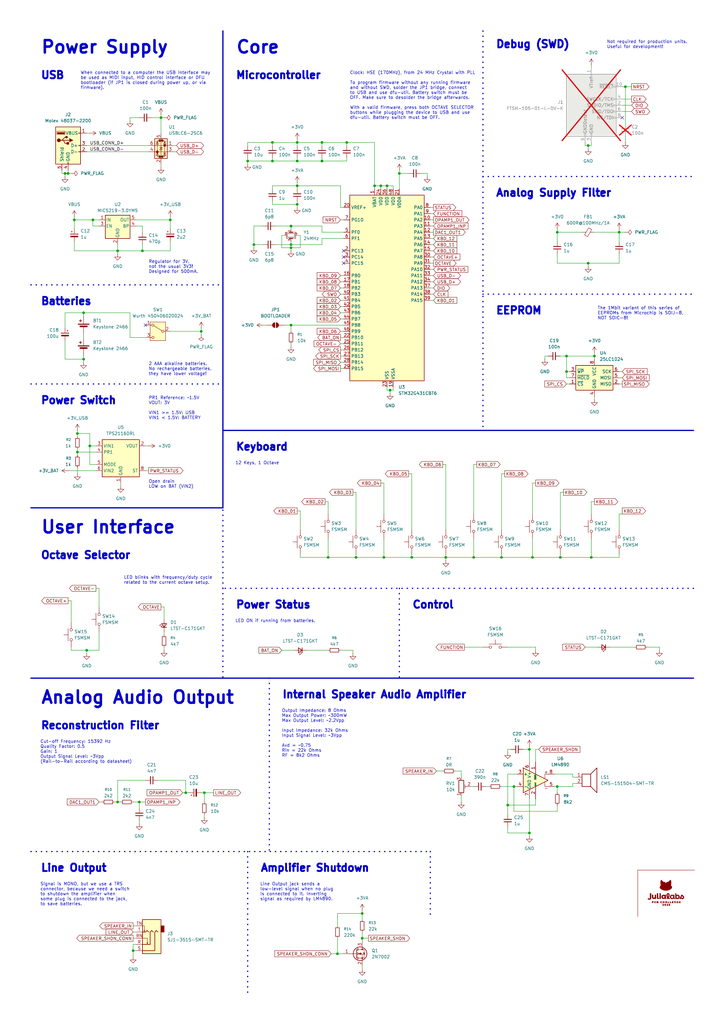
<source format=kicad_sch>
(kicad_sch (version 20250114) (generator "eeschema") (generator_version "9.0")
  (paper "A3" portrait)
  (title_block (title "business-card-synth") (date "2025-08-18") (rev "20250818") (comment 3 "Released under CERN Open Hardware Licence Version 2 - Strongly Reciprocal") (comment 4 "Designed by: Rafael G. Martins"))
  (text "Clock: HSE (170MHz), from 24 MHz Crystal with PLL\n\nTo program firmware without any running firmware\nand without SWD, solder the JP1 bridge, connect\nto USB and use dfu-util. Battery switch must be\nOFF. Make sure to desolder the bridge afterwards.\n\nWith a valid firmware, press both OCTAVE SELECTOR\nbuttons while plugging the device to USB and use\ndfu-util. Battery switch must be OFF." (at 143.51 29.21 0) (effects (font (size 1.27 1.27)) (justify left top)))
  (text "Power Status" (at 96.52 246.38 0) (effects (font (size 3.048 3.048) (thickness 1.016) (bold yes)) (justify left top)))
  (text "Internal Speaker Audio Amplifier" (at 115.57 283.21 0) (effects (font (size 3.048 3.048) (thickness 1.016) (bold yes)) (justify left top)))
  (text "Line Output" (at 16.51 354.33 0) (effects (font (size 3.048 3.048) (thickness 1.016) (bold yes)) (justify left top)))
  (text "2 AAA alkaline batteries.\nNo rechargeable batteries,\nthey have lower voltage!" (at 60.96 148.59 0) (effects (font (size 1.27 1.27)) (justify left top)))
  (text "Line Output jack sends a\nlow-level signal when no plug\nis connected to it. Inverting\nsignal as required by LM4890." (at 106.68 361.95 0) (effects (font (size 1.27 1.27)) (justify left top)))
  (text "Open drain\nLOW on BAT (VIN2)" (at 60.96 196.85 0) (effects (font (size 1.27 1.27)) (justify left top)))
  (text "Control" (at 168.91 246.38 0) (effects (font (size 3.048 3.048) (thickness 1.016) (bold yes)) (justify left top)))
  (text "Regulator for 3V,\nnot the usual 3V3!\nDesigned for 500mA." (at 60.96 106.68 0) (effects (font (size 1.27 1.27)) (justify left top)))
  (text "Analog Audio Output" (at 16.51 283.21 0) (effects (font (size 5.08 5.08) (thickness 1.016) (bold yes)) (justify left top)))
  (text "USB" (at 16.51 29.21 0) (effects (font (size 3.048 3.048) (thickness 1.016) (bold yes)) (justify left top)))
  (text "Signal is MONO, but we use a TRS\nconnector, because we need a switch\nto shutdown the amplifier when\nsome plug is connected to the jack,\nto save batteries." (at 16.51 361.95 0) (effects (font (size 1.27 1.27)) (justify left top)))
  (text "12 Keys, 1 Octave" (at 96.52 189.23 0) (effects (font (size 1.27 1.27)) (justify left top)))
  (text "PR1 Reference: ~1.5V\nVOUT: 3V\n\nVIN1 >= 1.5V: USB\nVIN1 < 1.5V: BATTERY" (at 60.96 162.56 0) (effects (font (size 1.27 1.27)) (justify left top)))
  (text "Microcontroller" (at 96.52 29.21 0) (effects (font (size 3.048 3.048) (thickness 1.016) (bold yes)) (justify left top)))
  (text "Analog Supply Filter" (at 203.2 77.47 0) (effects (font (size 3.048 3.048) (thickness 1.016) (bold yes)) (justify left top)))
  (text "When connected to a computer the USB interface may\nbe used as MIDI input, HID control interface or DFU\nbootloader (if JP1 is closed during power up, or via\nfirmware)." (at 33.02 29.21 0) (effects (font (size 1.27 1.27)) (justify left top)))
  (text "LED ON if running from batteries." (at 96.52 254 0) (effects (font (size 1.27 1.27)) (justify left top)))
  (text "Keyboard" (at 96.52 181.61 0) (effects (font (size 3.048 3.048) (thickness 1.016) (bold yes)) (justify left top)))
  (text "The 1Mbit variant of this series of\nEEPROMs from Microchip is SOIJ-8,\nNOT SOIC-8!" (at 245.11 125.73 0) (effects (font (size 1.27 1.27) (thickness 0.1588)) (justify left top)))
  (text "Debug (SWD)" (at 203.2 16.51 0) (effects (font (size 3.048 3.048) (thickness 1.016) (bold yes)) (justify left top)))
  (text "Power Supply" (at 16.51 16.51 0) (effects (font (size 5.08 5.08) (thickness 1.016) (bold yes)) (justify left top)))
  (text "EEPROM" (at 203.2 125.73 0) (effects (font (size 3.048 3.048) (thickness 1.016) (bold yes)) (justify left top)))
  (text "Batteries" (at 16.51 121.92 0) (effects (font (size 3.048 3.048) (thickness 1.016) (bold yes)) (justify left top)))
  (text "Octave Selector" (at 16.51 226.06 0) (effects (font (size 3.048 3.048) (thickness 1.016) (bold yes)) (justify left top)))
  (text "Cut-off Frequency: 15392 Hz\nQuality Factor: 0.5\nGain: 1\nOutput Signal Level: ~3Vpp\n(Rail-to-Rail according to datasheet)" (at 16.51 303.53 0) (effects (font (size 1.27 1.27)) (justify left top)))
  (text "User Interface" (at 16.51 213.36 0) (effects (font (size 5.08 5.08) (thickness 1.016) (bold yes)) (justify left top)))
  (text "Power Switch" (at 16.51 162.56 0) (effects (font (size 3.048 3.048) (thickness 1.016) (bold yes)) (justify left top)))
  (text "Output Impedance: 8 Ohms\nMax Output Power: ~300mW\nMax Output Level: ~2.2Vpp\n\nInput Impedance: 32k Ohms\nInput Signal Level: ~3Vpp\n\nAvd = ~0.75\nRin = 22k Ohms\nRF = 8k2 Ohms\n" (at 115.57 290.83 0) (effects (font (size 1.27 1.27)) (justify left top)))
  (text "Not required for production units.\nUseful for development!" (at 248.92 16.51 0) (effects (font (size 1.27 1.27)) (justify left top)))
  (text "Core" (at 96.52 16.51 0) (effects (font (size 5.08 5.08) (thickness 1.016) (bold yes)) (justify left top)))
  (text "Amplifier Shutdown" (at 106.68 354.33 0) (effects (font (size 3.048 3.048) (thickness 1.016) (bold yes)) (justify left top)))
  (text "Reconstruction Filter" (at 16.51 295.91 0) (effects (font (size 3.048 3.048) (thickness 1.016) (bold yes)) (justify left top)))
  (text "LED blinks with frequency/duty cycle\nrelated to the current octave setup." (at 50.8 236.22 0) (effects (font (size 1.27 1.27) (thickness 0.1588)) (justify left top)))
  (junction (at 228.6 95.25))
  (junction (at 160.02 160.02))
  (junction (at 134.62 228.6))
  (junction (at 31.75 177.8))
  (junction (at 132.08 58.42))
  (junction (at 242.57 228.6))
  (junction (at 210.82 322.58))
  (junction (at 119.38 100.33))
  (junction (at 228.6 322.58))
  (junction (at 254 95.25))
  (junction (at 26.67 71.12))
  (junction (at 82.55 135.89))
  (junction (at 232.41 152.4))
  (junction (at 111.76 66.04))
  (junction (at 76.2 325.12))
  (junction (at 156.21 76.2))
  (junction (at 119.38 133.35))
  (junction (at 48.26 328.93))
  (junction (at 241.3 59.69))
  (junction (at 146.05 228.6))
  (junction (at 208.28 330.2))
  (junction (at 217.17 307.34))
  (junction (at 36.83 182.88))
  (junction (at 163.83 71.12))
  (junction (at 243.84 146.05))
  (junction (at 101.6 66.04))
  (junction (at 158.75 76.2))
  (junction (at 57.15 328.93))
  (junction (at 83.82 325.12))
  (junction (at 35.56 266.7))
  (junction (at 153.67 76.2))
  (junction (at 121.92 58.42))
  (junction (at 182.88 228.6))
  (junction (at 168.91 228.6))
  (junction (at 27.94 71.12))
  (junction (at 121.92 76.2))
  (junction (at 34.29 128.27))
  (junction (at 121.92 83.82))
  (junction (at 229.87 228.6))
  (junction (at 54.61 389.89))
  (junction (at 111.76 58.42))
  (junction (at 256.54 35.56))
  (junction (at 58.42 102.87))
  (junction (at 119.38 92.71))
  (junction (at 104.14 100.33))
  (junction (at 48.26 102.87))
  (junction (at 217.17 341.63))
  (junction (at 205.74 228.6))
  (junction (at 69.85 90.17))
  (junction (at 241.3 107.95))
  (junction (at 148.59 374.65))
  (junction (at 148.59 384.81))
  (junction (at 218.44 228.6))
  (junction (at 138.43 391.16))
  (junction (at 132.08 66.04))
  (junction (at 142.24 58.42))
  (junction (at 194.31 228.6))
  (junction (at 232.41 146.05))
  (junction (at 119.38 101.6))
  (junction (at 157.48 228.6))
  (junction (at 34.29 147.32))
  (junction (at 66.04 48.26))
  (junction (at 31.75 185.42))
  (junction (at 38.1 90.17))
  (junction (at 30.48 90.17))
  (junction (at 121.92 66.04))
  (no_connect (at 140.97 107.95))
  (no_connect (at 140.97 105.41))
  (no_connect (at 255.27 48.26))
  (no_connect (at 140.97 102.87))
  (no_connect (at 59.69 133.35))
  (wire (pts (xy 58.42 102.87) (xy 48.26 102.87)))
  (wire (pts (xy 232.41 154.94) (xy 232.41 152.4)))
  (wire (pts (xy 123.19 101.6) (xy 119.38 101.6)))
  (wire (pts (xy 176.53 113.03) (xy 177.8 113.03)))
  (polyline (pts (xy 176.53 349.25) (xy 176.53 375.92)) (stroke (width 0.508) (type dot)))
  (wire (pts (xy 153.67 76.2) (xy 153.67 58.42)))
  (wire (pts (xy 27.94 246.38) (xy 29.21 246.38)))
  (wire (pts (xy 234.95 317.5) (xy 234.95 318.77)))
  (wire (pts (xy 158.75 77.47) (xy 158.75 76.2)))
  (wire (pts (xy 119.38 133.35) (xy 140.97 133.35)))
  (wire (pts (xy 119.38 140.97) (xy 119.38 142.24)))
  (wire (pts (xy 254 154.94) (xy 255.27 154.94)))
  (wire (pts (xy 243.84 146.05) (xy 243.84 147.32)))
  (wire (pts (xy 101.6 64.77) (xy 101.6 66.04)))
  (wire (pts (xy 139.7 135.89) (xy 140.97 135.89)))
  (wire (pts (xy 245.11 265.43) (xy 240.03 265.43)))
  (wire (pts (xy 189.23 318.77) (xy 189.23 316.23)))
  (wire (pts (xy 205.74 322.58) (xy 210.82 322.58)))
  (wire (pts (xy 69.85 90.17) (xy 69.85 93.98)))
  (wire (pts (xy 121.92 58.42) (xy 121.92 59.69)))
  (polyline (pts (xy 110.49 278.13) (xy 110.49 349.25)) (stroke (width 0.508) (type dot)))
  (wire (pts (xy 34.29 147.32) (xy 34.29 148.59)))
  (wire (pts (xy 142.24 64.77) (xy 142.24 66.04)))
  (wire (pts (xy 58.42 95.25) (xy 58.42 92.71)))
  (wire (pts (xy 48.26 328.93) (xy 49.53 328.93)))
  (wire (pts (xy 199.39 322.58) (xy 200.66 322.58)))
  (wire (pts (xy 132.08 92.71) (xy 119.38 92.71)))
  (wire (pts (xy 254 93.98) (xy 254 95.25)))
  (wire (pts (xy 241.3 107.95) (xy 254 107.95)))
  (wire (pts (xy 35.56 266.7) (xy 35.56 267.97)))
  (polyline (pts (xy 12.7 349.25) (xy 176.53 349.25)) (stroke (width 0.508) (type dot)))
  (wire (pts (xy 219.71 307.34) (xy 219.71 312.42)))
  (wire (pts (xy 135.89 391.16) (xy 138.43 391.16)))
  (wire (pts (xy 66.04 48.26) (xy 67.31 48.26)))
  (wire (pts (xy 181.61 190.5) (xy 182.88 190.5)))
  (wire (pts (xy 243.84 95.25) (xy 254 95.25)))
  (wire (pts (xy 223.52 146.05) (xy 224.79 146.05)))
  (wire (pts (xy 123.19 96.52) (xy 123.19 101.6)))
  (wire (pts (xy 59.69 138.43) (xy 53.34 138.43)))
  (wire (pts (xy 34.29 137.16) (xy 34.29 138.43)))
  (wire (pts (xy 139.7 146.05) (xy 140.97 146.05)))
  (wire (pts (xy 153.67 77.47) (xy 153.67 76.2)))
  (wire (pts (xy 39.37 241.3) (xy 40.64 241.3)))
  (wire (pts (xy 132.08 64.77) (xy 132.08 66.04)))
  (wire (pts (xy 38.1 90.17) (xy 40.64 90.17)))
  (wire (pts (xy 26.67 134.62) (xy 26.67 128.27)))
  (wire (pts (xy 119.38 100.33) (xy 119.38 99.06)))
  (wire (pts (xy 232.41 152.4) (xy 233.68 152.4)))
  (wire (pts (xy 139.7 90.17) (xy 140.97 90.17)))
  (wire (pts (xy 139.7 123.19) (xy 140.97 123.19)))
  (wire (pts (xy 46.99 328.93) (xy 48.26 328.93)))
  (wire (pts (xy 31.75 179.07) (xy 31.75 177.8)))
  (wire (pts (xy 232.41 152.4) (xy 232.41 146.05)))
  (wire (pts (xy 138.43 391.16) (xy 140.97 391.16)))
  (wire (pts (xy 139.7 266.7) (xy 144.78 266.7)))
  (wire (pts (xy 228.6 99.06) (xy 228.6 95.25)))
  (wire (pts (xy 119.38 135.89) (xy 119.38 133.35)))
  (wire (pts (xy 144.78 267.97) (xy 144.78 266.7)))
  (wire (pts (xy 153.67 58.42) (xy 142.24 58.42)))
  (wire (pts (xy 111.76 58.42) (xy 111.76 59.69)))
  (wire (pts (xy 26.67 147.32) (xy 34.29 147.32)))
  (wire (pts (xy 254 107.95) (xy 254 104.14)))
  (wire (pts (xy 176.53 120.65) (xy 177.8 120.65)))
  (polyline (pts (xy 261.62 356.87) (xy 284.988 356.87)) (stroke (width 0) (type solid) (color 132 0 0 1)))
  (wire (pts (xy 210.82 332.74) (xy 210.82 322.58)))
  (wire (pts (xy 168.91 194.31) (xy 168.91 217.17)))
  (wire (pts (xy 58.42 92.71) (xy 55.88 92.71)))
  (wire (pts (xy 217.17 327.66) (xy 217.17 341.63)))
  (wire (pts (xy 190.5 265.43) (xy 198.12 265.43)))
  (wire (pts (xy 30.48 102.87) (xy 48.26 102.87)))
  (wire (pts (xy 116.84 133.35) (xy 119.38 133.35)))
  (wire (pts (xy 66.04 48.26) (xy 66.04 54.61)))
  (wire (pts (xy 208.28 317.5) (xy 208.28 330.2)))
  (wire (pts (xy 254 157.48) (xy 255.27 157.48)))
  (wire (pts (xy 168.91 228.6) (xy 182.88 228.6)))
  (wire (pts (xy 255.27 210.82) (xy 254 210.82)))
  (wire (pts (xy 207.01 194.31) (xy 205.74 194.31)))
  (wire (pts (xy 82.55 134.62) (xy 82.55 135.89)))
  (wire (pts (xy 121.92 57.15) (xy 121.92 58.42)))
  (wire (pts (xy 218.44 198.12) (xy 218.44 210.82)))
  (wire (pts (xy 158.75 76.2) (xy 156.21 76.2)))
  (wire (pts (xy 161.29 77.47) (xy 161.29 76.2)))
  (wire (pts (xy 208.28 307.34) (xy 209.55 307.34)))
  (wire (pts (xy 232.41 146.05) (xy 243.84 146.05)))
  (wire (pts (xy 259.08 35.56) (xy 256.54 35.56)))
  (wire (pts (xy 254 210.82) (xy 254 217.17)))
  (wire (pts (xy 231.14 201.93) (xy 229.87 201.93)))
  (wire (pts (xy 176.53 85.09) (xy 177.8 85.09)))
  (wire (pts (xy 139.7 85.09) (xy 140.97 85.09)))
  (wire (pts (xy 101.6 66.04) (xy 101.6 67.31)))
  (wire (pts (xy 208.28 334.01) (xy 208.28 330.2)))
  (wire (pts (xy 26.67 139.7) (xy 26.67 147.32)))
  (wire (pts (xy 104.14 101.6) (xy 104.14 100.33)))
  (wire (pts (xy 219.71 265.43) (xy 208.28 265.43)))
  (wire (pts (xy 54.61 328.93) (xy 57.15 328.93)))
  (polyline (pts (xy 198.12 72.39) (xy 284.48 72.39)) (stroke (width 0.508) (type dot)))
  (wire (pts (xy 182.88 227.33) (xy 182.88 228.6)))
  (polyline (pts (xy 91.44 176.53) (xy 284.48 176.53)) (stroke (width 0.508) (type solid)))
  (wire (pts (xy 194.31 228.6) (xy 205.74 228.6)))
  (wire (pts (xy 254 95.25) (xy 256.54 95.25)))
  (wire (pts (xy 48.26 102.87) (xy 48.26 104.14)))
  (wire (pts (xy 148.59 396.24) (xy 148.59 397.51)))
  (polyline (pts (xy 91.44 12.7) (xy 91.44 208.28)) (stroke (width 0.508) (type solid)))
  (wire (pts (xy 148.59 384.81) (xy 151.13 384.81)))
  (wire (pts (xy 205.74 228.6) (xy 218.44 228.6)))
  (wire (pts (xy 142.24 58.42) (xy 132.08 58.42)))
  (wire (pts (xy 242.57 228.6) (xy 254 228.6)))
  (wire (pts (xy 163.83 69.85) (xy 163.83 71.12)))
  (wire (pts (xy 228.6 107.95) (xy 241.3 107.95)))
  (polyline (pts (xy 12.7 157.48) (xy 91.44 157.48)) (stroke (width 0.508) (type dot)))
  (wire (pts (xy 176.53 110.49) (xy 177.8 110.49)))
  (wire (pts (xy 54.61 382.27) (xy 55.88 382.27)))
  (wire (pts (xy 175.26 71.12) (xy 172.72 71.12)))
  (wire (pts (xy 163.83 71.12) (xy 163.83 77.47)))
  (polyline (pts (xy 91.44 241.3) (xy 91.44 279.4)) (stroke (width 0.508) (type dot)))
  (wire (pts (xy 121.92 96.52) (xy 123.19 96.52)))
  (wire (pts (xy 217.17 307.34) (xy 217.17 312.42)))
  (wire (pts (xy 111.76 64.77) (xy 111.76 66.04)))
  (wire (pts (xy 40.64 241.3) (xy 40.64 248.92)))
  (wire (pts (xy 54.61 389.89) (xy 55.88 389.89)))
  (wire (pts (xy 53.34 138.43) (xy 53.34 128.27)))
  (wire (pts (xy 148.59 382.27) (xy 148.59 384.81)))
  (wire (pts (xy 156.21 77.47) (xy 156.21 76.2)))
  (wire (pts (xy 142.24 58.42) (xy 142.24 59.69)))
  (wire (pts (xy 40.64 259.08) (xy 40.64 266.7)))
  (wire (pts (xy 121.92 76.2) (xy 121.92 77.47)))
  (wire (pts (xy 53.34 128.27) (xy 34.29 128.27)))
  (wire (pts (xy 156.21 198.12) (xy 157.48 198.12)))
  (wire (pts (xy 234.95 318.77) (xy 236.22 318.77)))
  (wire (pts (xy 232.41 157.48) (xy 233.68 157.48)))
  (wire (pts (xy 82.55 135.89) (xy 82.55 137.16)))
  (wire (pts (xy 157.48 220.98) (xy 157.48 228.6)))
  (wire (pts (xy 40.64 92.71) (xy 38.1 92.71)))
  (wire (pts (xy 229.87 227.33) (xy 229.87 228.6)))
  (wire (pts (xy 121.92 64.77) (xy 121.92 66.04)))
  (wire (pts (xy 101.6 58.42) (xy 111.76 58.42)))
  (wire (pts (xy 57.15 328.93) (xy 57.15 331.47)))
  (wire (pts (xy 35.56 59.69) (xy 60.96 59.69)))
  (wire (pts (xy 228.6 95.25) (xy 238.76 95.25)))
  (wire (pts (xy 48.26 100.33) (xy 48.26 102.87)))
  (wire (pts (xy 111.76 76.2) (xy 121.92 76.2)))
  (wire (pts (xy 111.76 66.04) (xy 121.92 66.04)))
  (wire (pts (xy 158.75 158.75) (xy 158.75 160.02)))
  (polyline (pts (xy 198.12 120.65) (xy 284.48 120.65)) (stroke (width 0.508) (type dot)))
  (wire (pts (xy 30.48 99.06) (xy 30.48 102.87)))
  (wire (pts (xy 132.08 58.42) (xy 132.08 59.69)))
  (wire (pts (xy 60.96 182.88) (xy 59.69 182.88)))
  (wire (pts (xy 69.85 102.87) (xy 58.42 102.87)))
  (wire (pts (xy 176.53 118.11) (xy 177.8 118.11)))
  (wire (pts (xy 116.84 96.52) (xy 115.57 96.52)))
  (wire (pts (xy 176.53 100.33) (xy 177.8 100.33)))
  (wire (pts (xy 74.93 325.12) (xy 76.2 325.12)))
  (wire (pts (xy 54.61 384.81) (xy 55.88 384.81)))
  (wire (pts (xy 40.64 328.93) (xy 41.91 328.93)))
  (wire (pts (xy 182.88 228.6) (xy 194.31 228.6)))
  (wire (pts (xy 255.27 43.18) (xy 259.08 43.18)))
  (wire (pts (xy 30.48 90.17) (xy 38.1 90.17)))
  (polyline (pts (xy 101.6 349.25) (xy 101.6 407.67)) (stroke (width 0.508) (type dot)))
  (wire (pts (xy 57.15 328.93) (xy 59.69 328.93)))
  (wire (pts (xy 144.78 201.93) (xy 146.05 201.93)))
  (wire (pts (xy 176.53 115.57) (xy 177.8 115.57)))
  (wire (pts (xy 146.05 228.6) (xy 157.48 228.6)))
  (wire (pts (xy 83.82 325.12) (xy 87.63 325.12)))
  (wire (pts (xy 30.48 88.9) (xy 30.48 90.17)))
  (wire (pts (xy 270.51 265.43) (xy 265.43 265.43)))
  (wire (pts (xy 25.4 71.12) (xy 26.67 71.12)))
  (wire (pts (xy 58.42 100.33) (xy 58.42 102.87)))
  (wire (pts (xy 210.82 322.58) (xy 212.09 322.58)))
  (wire (pts (xy 179.07 316.23) (xy 181.61 316.23)))
  (wire (pts (xy 153.67 76.2) (xy 156.21 76.2)))
  (wire (pts (xy 29.21 266.7) (xy 35.56 266.7)))
  (wire (pts (xy 223.52 147.32) (xy 223.52 146.05)))
  (wire (pts (xy 139.7 130.81) (xy 140.97 130.81)))
  (wire (pts (xy 36.83 182.88) (xy 36.83 190.5)))
  (wire (pts (xy 83.82 334.01) (xy 83.82 335.28)))
  (wire (pts (xy 26.67 71.12) (xy 27.94 71.12)))
  (wire (pts (xy 205.74 194.31) (xy 205.74 217.17)))
  (wire (pts (xy 132.08 97.79) (xy 140.97 97.79)))
  (wire (pts (xy 132.08 100.33) (xy 119.38 100.33)))
  (wire (pts (xy 76.2 320.04) (xy 76.2 325.12)))
  (wire (pts (xy 176.53 92.71) (xy 177.8 92.71)))
  (wire (pts (xy 243.84 144.78) (xy 243.84 146.05)))
  (wire (pts (xy 227.33 322.58) (xy 228.6 322.58)))
  (wire (pts (xy 111.76 77.47) (xy 111.76 76.2)))
  (wire (pts (xy 59.69 193.04) (xy 60.96 193.04)))
  (polyline (pts (xy 261.62 375.92) (xy 261.62 356.87)) (stroke (width 0) (type solid) (color 132 0 0 1)))
  (wire (pts (xy 161.29 76.2) (xy 158.75 76.2)))
  (wire (pts (xy 139.7 76.2) (xy 139.7 85.09)))
  (polyline (pts (xy 91.44 241.3) (xy 91.44 208.28)) (stroke (width 0.508) (type dot)))
  (wire (pts (xy 195.58 190.5) (xy 194.31 190.5)))
  (wire (pts (xy 121.92 76.2) (xy 139.7 76.2)))
  (wire (pts (xy 208.28 341.63) (xy 217.17 341.63)))
  (wire (pts (xy 255.27 45.72) (xy 259.08 45.72)))
  (wire (pts (xy 241.3 59.69) (xy 241.3 60.96)))
  (wire (pts (xy 25.4 69.85) (xy 25.4 71.12)))
  (wire (pts (xy 31.75 191.77) (xy 31.75 194.31)))
  (wire (pts (xy 218.44 228.6) (xy 229.87 228.6)))
  (wire (pts (xy 160.02 160.02) (xy 161.29 160.02)))
  (wire (pts (xy 38.1 92.71) (xy 38.1 90.17)))
  (wire (pts (xy 139.7 151.13) (xy 140.97 151.13)))
  (wire (pts (xy 26.67 71.12) (xy 26.67 72.39)))
  (wire (pts (xy 49.53 198.12) (xy 49.53 199.39)))
  (wire (pts (xy 67.31 265.43) (xy 67.31 266.7)))
  (wire (pts (xy 132.08 58.42) (xy 121.92 58.42)))
  (wire (pts (xy 176.53 95.25) (xy 177.8 95.25)))
  (wire (pts (xy 35.56 54.61) (xy 36.83 54.61)))
  (wire (pts (xy 176.53 97.79) (xy 177.8 97.79)))
  (wire (pts (xy 69.85 99.06) (xy 69.85 102.87)))
  (wire (pts (xy 27.94 193.04) (xy 39.37 193.04)))
  (wire (pts (xy 146.05 201.93) (xy 146.05 217.17)))
  (wire (pts (xy 132.08 95.25) (xy 140.97 95.25)))
  (wire (pts (xy 111.76 83.82) (xy 121.92 83.82)))
  (wire (pts (xy 134.62 228.6) (xy 146.05 228.6)))
  (polyline (pts (xy 91.44 208.28) (xy 12.7 208.28)) (stroke (width 0.508) (type solid)))
  (wire (pts (xy 254 227.33) (xy 254 228.6)))
  (wire (pts (xy 31.75 176.53) (xy 31.75 177.8)))
  (wire (pts (xy 139.7 140.97) (xy 140.97 140.97)))
  (polyline (pts (xy 12.7 278.13) (xy 284.48 278.13)) (stroke (width 0.508) (type solid)))
  (wire (pts (xy 36.83 177.8) (xy 36.83 182.88)))
  (wire (pts (xy 182.88 228.6) (xy 182.88 229.87)))
  (wire (pts (xy 31.75 184.15) (xy 31.75 185.42)))
  (wire (pts (xy 256.54 55.88) (xy 256.54 58.42)))
  (wire (pts (xy 242.57 26.67) (xy 242.57 27.94)))
  (wire (pts (xy 121.92 209.55) (xy 123.19 209.55)))
  (wire (pts (xy 214.63 307.34) (xy 217.17 307.34)))
  (wire (pts (xy 31.75 177.8) (xy 36.83 177.8)))
  (wire (pts (xy 139.7 118.11) (xy 140.97 118.11)))
  (wire (pts (xy 31.75 185.42) (xy 39.37 185.42)))
  (wire (pts (xy 241.3 109.22) (xy 241.3 107.95)))
  (wire (pts (xy 115.57 266.7) (xy 120.65 266.7)))
  (wire (pts (xy 111.76 58.42) (xy 121.92 58.42)))
  (wire (pts (xy 167.64 194.31) (xy 168.91 194.31)))
  (wire (pts (xy 83.82 325.12) (xy 83.82 328.93)))
  (wire (pts (xy 67.31 248.92) (xy 66.04 248.92)))
  (wire (pts (xy 53.34 48.26) (xy 57.15 48.26)))
  (wire (pts (xy 219.71 307.34) (xy 220.98 307.34)))
  (wire (pts (xy 219.71 265.43) (xy 219.71 266.7)))
  (wire (pts (xy 36.83 182.88) (xy 39.37 182.88)))
  (wire (pts (xy 139.7 138.43) (xy 140.97 138.43)))
  (wire (pts (xy 234.95 322.58) (xy 234.95 321.31)))
  (wire (pts (xy 121.92 82.55) (xy 121.92 83.82)))
  (wire (pts (xy 53.34 48.26) (xy 53.34 49.53)))
  (wire (pts (xy 157.48 198.12) (xy 157.48 210.82)))
  (wire (pts (xy 176.53 123.19) (xy 177.8 123.19)))
  (wire (pts (xy 138.43 374.65) (xy 148.59 374.65)))
  (wire (pts (xy 205.74 227.33) (xy 205.74 228.6)))
  (wire (pts (xy 208.28 307.34) (xy 208.28 308.61)))
  (wire (pts (xy 240.03 59.69) (xy 241.3 59.69)))
  (wire (pts (xy 229.87 228.6) (xy 242.57 228.6)))
  (wire (pts (xy 138.43 379.73) (xy 138.43 374.65)))
  (wire (pts (xy 242.57 205.74) (xy 242.57 210.82)))
  (wire (pts (xy 101.6 66.04) (xy 111.76 66.04)))
  (wire (pts (xy 148.59 384.81) (xy 148.59 386.08)))
  (wire (pts (xy 176.53 107.95) (xy 177.8 107.95)))
  (wire (pts (xy 227.33 317.5) (xy 234.95 317.5)))
  (wire (pts (xy 229.87 201.93) (xy 229.87 217.17)))
  (wire (pts (xy 34.29 128.27) (xy 34.29 129.54)))
  (wire (pts (xy 66.04 67.31) (xy 66.04 68.58)))
  (wire (pts (xy 55.88 387.35) (xy 54.61 387.35)))
  (wire (pts (xy 34.29 146.05) (xy 34.29 147.32)))
  (wire (pts (xy 66.04 46.99) (xy 66.04 48.26)))
  (wire (pts (xy 54.61 387.35) (xy 54.61 389.89)))
  (wire (pts (xy 104.14 92.71) (xy 107.95 92.71)))
  (wire (pts (xy 193.04 322.58) (xy 194.31 322.58)))
  (wire (pts (xy 146.05 227.33) (xy 146.05 228.6)))
  (wire (pts (xy 242.57 58.42) (xy 242.57 59.69)))
  (wire (pts (xy 29.21 246.38) (xy 29.21 255.27)))
  (wire (pts (xy 228.6 104.14) (xy 228.6 107.95)))
  (wire (pts (xy 243.84 205.74) (xy 242.57 205.74)))
  (wire (pts (xy 254 152.4) (xy 255.27 152.4)))
  (wire (pts (xy 270.51 266.7) (xy 270.51 265.43)))
  (wire (pts (xy 228.6 93.98) (xy 228.6 95.25)))
  (wire (pts (xy 168.91 227.33) (xy 168.91 228.6)))
  (wire (pts (xy 219.71 327.66) (xy 219.71 330.2)))
  (wire (pts (xy 101.6 59.69) (xy 101.6 58.42)))
  (wire (pts (xy 255.27 209.55) (xy 255.27 210.82)))
  (wire (pts (xy 62.23 48.26) (xy 66.04 48.26)))
  (wire (pts (xy 254 95.25) (xy 254 99.06)))
  (wire (pts (xy 111.76 82.55) (xy 111.76 83.82)))
  (wire (pts (xy 115.57 96.52) (xy 115.57 101.6)))
  (wire (pts (xy 132.08 66.04) (xy 142.24 66.04)))
  (wire (pts (xy 176.53 90.17) (xy 177.8 90.17)))
  (wire (pts (xy 242.57 220.98) (xy 242.57 228.6)))
  (wire (pts (xy 35.56 62.23) (xy 60.96 62.23)))
  (wire (pts (xy 194.31 220.98) (xy 194.31 228.6)))
  (wire (pts (xy 139.7 120.65) (xy 140.97 120.65)))
  (wire (pts (xy 148.59 374.65) (xy 148.59 377.19)))
  (wire (pts (xy 29.21 265.43) (xy 29.21 266.7)))
  (wire (pts (xy 67.31 259.08) (xy 67.31 260.35)))
  (polyline (pts (xy 284.48 241.3) (xy 91.44 241.3)) (stroke (width 0.508) (type dot)))
  (wire (pts (xy 55.88 90.17) (xy 69.85 90.17)))
  (wire (pts (xy 57.15 336.55) (xy 57.15 337.82)))
  (wire (pts (xy 104.14 100.33) (xy 107.95 100.33)))
  (wire (pts (xy 132.08 97.79) (xy 132.08 100.33)))
  (wire (pts (xy 123.19 209.55) (xy 123.19 217.17)))
  (wire (pts (xy 240.03 58.42) (xy 240.03 59.69)))
  (wire (pts (xy 194.31 190.5) (xy 194.31 210.82)))
  (wire (pts (xy 139.7 115.57) (xy 140.97 115.57)))
  (wire (pts (xy 158.75 160.02) (xy 160.02 160.02)))
  (wire (pts (xy 228.6 332.74) (xy 210.82 332.74)))
  (wire (pts (xy 256.54 35.56) (xy 255.27 35.56)))
  (wire (pts (xy 160.02 160.02) (xy 160.02 161.29)))
  (wire (pts (xy 234.95 321.31) (xy 236.22 321.31)))
  (wire (pts (xy 228.6 322.58) (xy 234.95 322.58)))
  (wire (pts (xy 217.17 341.63) (xy 217.17 342.9)))
  (wire (pts (xy 219.71 198.12) (xy 218.44 198.12)))
  (wire (pts (xy 115.57 101.6) (xy 119.38 101.6)))
  (wire (pts (xy 30.48 90.17) (xy 30.48 93.98)))
  (wire (pts (xy 121.92 66.04) (xy 132.08 66.04)))
  (wire (pts (xy 69.85 88.9) (xy 69.85 90.17)))
  (wire (pts (xy 233.68 154.94) (xy 232.41 154.94)))
  (wire (pts (xy 121.92 83.82) (xy 121.92 85.09)))
  (wire (pts (xy 104.14 100.33) (xy 104.14 92.71)))
  (wire (pts (xy 26.67 128.27) (xy 34.29 128.27)))
  (wire (pts (xy 250.19 265.43) (xy 260.35 265.43)))
  (wire (pts (xy 113.03 92.71) (xy 119.38 92.71)))
  (wire (pts (xy 123.19 227.33) (xy 123.19 228.6)))
  (wire (pts (xy 109.22 133.35) (xy 107.95 133.35)))
  (wire (pts (xy 256.54 35.56) (xy 256.54 50.8)))
  (wire (pts (xy 119.38 92.71) (xy 119.38 93.98)))
  (wire (pts (xy 139.7 128.27) (xy 140.97 128.27)))
  (wire (pts (xy 134.62 220.98) (xy 134.62 228.6)))
  (wire (pts (xy 139.7 125.73) (xy 140.97 125.73)))
  (wire (pts (xy 71.12 59.69) (xy 72.39 59.69)))
  (wire (pts (xy 182.88 190.5) (xy 182.88 217.17)))
  (wire (pts (xy 218.44 220.98) (xy 218.44 228.6)))
  (wire (pts (xy 123.19 228.6) (xy 134.62 228.6)))
  (wire (pts (xy 27.94 71.12) (xy 29.21 71.12)))
  (wire (pts (xy 161.29 160.02) (xy 161.29 158.75)))
  (wire (pts (xy 134.62 205.74) (xy 133.35 205.74)))
  (wire (pts (xy 175.26 72.39) (xy 175.26 71.12)))
  (wire (pts (xy 113.03 100.33) (xy 119.38 100.33)))
  (polyline (pts (xy 163.83 241.3) (xy 163.83 278.13)) (stroke (width 0.508) (type dot)))
  (wire (pts (xy 139.7 148.59) (xy 140.97 148.59)))
  (wire (pts (xy 157.48 228.6) (xy 168.91 228.6)))
  (wire (pts (xy 148.59 373.38) (xy 148.59 374.65)))
  (wire (pts (xy 208.28 317.5) (xy 212.09 317.5)))
  (wire (pts (xy 217.17 306.07) (xy 217.17 307.34)))
  (wire (pts (xy 228.6 322.58) (xy 228.6 325.12)))
  (wire (pts (xy 27.94 71.12) (xy 27.94 69.85)))
  (wire (pts (xy 31.75 185.42) (xy 31.75 186.69)))
  (wire (pts (xy 67.31 254) (xy 67.31 248.92)))
  (wire (pts (xy 139.7 143.51) (xy 140.97 143.51)))
  (wire (pts (xy 54.61 392.43) (xy 54.61 389.89)))
  (wire (pts (xy 228.6 330.2) (xy 228.6 332.74)))
  (wire (pts (xy 176.53 87.63) (xy 177.8 87.63)))
  (wire (pts (xy 208.28 330.2) (xy 219.71 330.2)))
  (wire (pts (xy 35.56 266.7) (xy 40.64 266.7)))
  (wire (pts (xy 48.26 320.04) (xy 48.26 328.93)))
  (polyline (pts (xy 198.12 12.7) (xy 198.12 176.53)) (stroke (width 0.508) (type dot)))
  (wire (pts (xy 138.43 384.81) (xy 138.43 391.16)))
  (wire (pts (xy 134.62 205.74) (xy 134.62 210.82)))
  (wire (pts (xy 125.73 266.7) (xy 134.62 266.7)))
  (wire (pts (xy 132.08 95.25) (xy 132.08 92.71)))
  (wire (pts (xy 69.85 135.89) (xy 82.55 135.89)))
  (wire (pts (xy 119.38 101.6) (xy 119.38 102.87)))
  (wire (pts (xy 121.92 74.93) (xy 121.92 76.2)))
  (wire (pts (xy 176.53 105.41) (xy 177.8 105.41)))
  (wire (pts (xy 64.77 320.04) (xy 76.2 320.04)))
  (wire (pts (xy 54.61 379.73) (xy 55.88 379.73)))
  (wire (pts (xy 232.41 146.05) (xy 229.87 146.05)))
  (wire (pts (xy 82.55 325.12) (xy 83.82 325.12)))
  (wire (pts (xy 189.23 326.39) (xy 189.23 328.93)))
  (wire (pts (xy 255.27 40.64) (xy 259.08 40.64)))
  (wire (pts (xy 36.83 190.5) (xy 39.37 190.5)))
  (wire (pts (xy 243.84 162.56) (xy 243.84 163.83)))
  (wire (pts (xy 208.28 339.09) (xy 208.28 341.63)))
  (wire (pts (xy 163.83 71.12) (xy 167.64 71.12)))
  (wire (pts (xy 241.3 59.69) (xy 242.57 59.69)))
  (polyline (pts (xy 12.7 116.84) (xy 91.44 116.84)) (stroke (width 0.508) (type dot)))
  (wire (pts (xy 76.2 325.12) (xy 77.47 325.12)))
  (wire (pts (xy 139.7 113.03) (xy 140.97 113.03)))
  (wire (pts (xy 71.12 62.23) (xy 72.39 62.23)))
  (wire (pts (xy 59.69 320.04) (xy 48.26 320.04)))
  (wire (pts (xy 186.69 316.23) (xy 189.23 316.23)))
  (wire (pts (xy 176.53 102.87) (xy 177.8 102.87)))
  (label "USB_CONN_D+" (at 36.83 59.69 0))
  (label "USB_CONN_D-" (at 36.83 62.23 0))
  (global_label "SPEAKER_SHDN" (shape output) (at 151.13 384.81 0) (property "Intersheetrefs" "${INTERSHEET_REFS}" (effects (hide yes))))
  (global_label "DAC1_OUT1" (shape input) (at 40.64 328.93 180) (property "Intersheetrefs" "${INTERSHEET_REFS}" (effects (hide yes))))
  (global_label "STATUS" (shape input) (at 240.03 265.43 180) (property "Intersheetrefs" "${INTERSHEET_REFS}" (effects (hide yes))))
  (global_label "SPI_CS" (shape input) (at 232.41 157.48 180) (property "Intersheetrefs" "${INTERSHEET_REFS}" (effects (hide yes))))
  (global_label "SPI_SCK" (shape output) (at 139.7 146.05 180) (property "Intersheetrefs" "${INTERSHEET_REFS}" (effects (hide yes))))
  (global_label "KBD_09" (shape input) (at 139.7 113.03 180) (property "Intersheetrefs" "${INTERSHEET_REFS}" (effects (hide yes))))
  (global_label "KBD_09" (shape output) (at 219.71 198.12 0) (property "Intersheetrefs" "${INTERSHEET_REFS}" (effects (hide yes))))
  (global_label "OPAMP1_INP" (shape output) (at 59.69 328.93 0) (property "Intersheetrefs" "${INTERSHEET_REFS}" (effects (hide yes))))
  (global_label "KBD_02" (shape input) (at 139.7 123.19 180) (property "Intersheetrefs" "${INTERSHEET_REFS}" (effects (hide yes))))
  (global_label "SPI_MISO" (shape output) (at 255.27 157.48 0) (property "Intersheetrefs" "${INTERSHEET_REFS}" (effects (hide yes))))
  (global_label "SPEAKER_SHDN_CONN" (shape output) (at 54.61 384.81 180) (property "Intersheetrefs" "${INTERSHEET_REFS}" (effects (hide yes))))
  (global_label "OCTAVE+" (shape input) (at 177.8 105.41 0) (property "Intersheetrefs" "${INTERSHEET_REFS}" (effects (hide yes))))
  (global_label "KBD_10" (shape output) (at 231.14 201.93 0) (property "Intersheetrefs" "${INTERSHEET_REFS}" (effects (hide yes))))
  (global_label "OCTAVE-" (shape output) (at 39.37 241.3 180) (property "Intersheetrefs" "${INTERSHEET_REFS}" (effects (hide yes))))
  (global_label "OCTAVE" (shape output) (at 66.04 248.92 180) (property "Intersheetrefs" "${INTERSHEET_REFS}" (effects (hide yes))))
  (global_label "SPEAKER_SHDN" (shape input) (at 220.98 307.34 0) (property "Intersheetrefs" "${INTERSHEET_REFS}" (effects (hide yes))))
  (global_label "USB_D+" (shape bidirectional) (at 177.8 115.57 0) (property "Intersheetrefs" "${INTERSHEET_REFS}" (effects (hide yes))))
  (global_label "KBD_07" (shape input) (at 139.7 118.11 180) (property "Intersheetrefs" "${INTERSHEET_REFS}" (effects (hide yes))))
  (global_label "SPI_SCK" (shape input) (at 255.27 152.4 0) (property "Intersheetrefs" "${INTERSHEET_REFS}" (effects (hide yes))))
  (global_label "KBD_11" (shape input) (at 177.8 100.33 0) (property "Intersheetrefs" "${INTERSHEET_REFS}" (effects (hide yes))))
  (global_label "KBD_03" (shape output) (at 144.78 201.93 180) (property "Intersheetrefs" "${INTERSHEET_REFS}" (effects (hide yes))))
  (global_label "NRST" (shape output) (at 259.08 35.56 0) (property "Intersheetrefs" "${INTERSHEET_REFS}" (effects (hide yes))))
  (global_label "OPAMP1_OUT" (shape output) (at 177.8 90.17 0) (property "Intersheetrefs" "${INTERSHEET_REFS}" (effects (hide yes))))
  (global_label "BAT_ON" (shape output) (at 139.7 138.43 180) (property "Intersheetrefs" "${INTERSHEET_REFS}" (effects (hide yes))))
  (global_label "SPEAKER_IN" (shape input) (at 179.07 316.23 180) (property "Intersheetrefs" "${INTERSHEET_REFS}" (effects (hide yes))))
  (global_label "OCTAVE-" (shape input) (at 139.7 140.97 180) (property "Intersheetrefs" "${INTERSHEET_REFS}" (effects (hide yes))))
  (global_label "KBD_04" (shape output) (at 156.21 198.12 180) (property "Intersheetrefs" "${INTERSHEET_REFS}" (effects (hide yes))))
  (global_label "KBD_02" (shape output) (at 133.35 205.74 180) (property "Intersheetrefs" "${INTERSHEET_REFS}" (effects (hide yes))))
  (global_label "KBD_05" (shape input) (at 139.7 130.81 180) (property "Intersheetrefs" "${INTERSHEET_REFS}" (effects (hide yes))))
  (global_label "KBD_01" (shape input) (at 177.8 123.19 0) (property "Intersheetrefs" "${INTERSHEET_REFS}" (effects (hide yes))))
  (global_label "SPI_MISO" (shape input) (at 139.7 148.59 180) (property "Intersheetrefs" "${INTERSHEET_REFS}" (effects (hide yes))))
  (global_label "OPAMP1_OUT" (shape input) (at 74.93 325.12 180) (property "Intersheetrefs" "${INTERSHEET_REFS}" (effects (hide yes))))
  (global_label "KBD_11" (shape output) (at 243.84 205.74 0) (property "Intersheetrefs" "${INTERSHEET_REFS}" (effects (hide yes))))
  (global_label "KBD_01" (shape output) (at 121.92 209.55 180) (property "Intersheetrefs" "${INTERSHEET_REFS}" (effects (hide yes))))
  (global_label "USB_D-" (shape bidirectional) (at 72.39 62.23 0) (property "Intersheetrefs" "${INTERSHEET_REFS}" (effects (hide yes))))
  (global_label "LINE_OUT" (shape input) (at 54.61 382.27 180) (property "Intersheetrefs" "${INTERSHEET_REFS}" (effects (hide yes))))
  (global_label "OCTAVE+" (shape output) (at 27.94 246.38 180) (property "Intersheetrefs" "${INTERSHEET_REFS}" (effects (hide yes))))
  (global_label "FUNCTION" (shape output) (at 190.5 265.43 180) (property "Intersheetrefs" "${INTERSHEET_REFS}" (effects (hide yes))))
  (global_label "SWO" (shape bidirectional) (at 259.08 45.72 0) (property "Intersheetrefs" "${INTERSHEET_REFS}" (effects (hide yes))))
  (global_label "KBD_12" (shape input) (at 177.8 97.79 0) (property "Intersheetrefs" "${INTERSHEET_REFS}" (effects (hide yes))))
  (global_label "DAC1_OUT1" (shape output) (at 177.8 95.25 0) (property "Intersheetrefs" "${INTERSHEET_REFS}" (effects (hide yes))))
  (global_label "FUNCTION" (shape input) (at 177.8 87.63 0) (property "Intersheetrefs" "${INTERSHEET_REFS}" (effects (hide yes))))
  (global_label "KBD_12" (shape output) (at 255.27 209.55 0) (property "Intersheetrefs" "${INTERSHEET_REFS}" (effects (hide yes))))
  (global_label "KBD_05" (shape output) (at 167.64 194.31 180) (property "Intersheetrefs" "${INTERSHEET_REFS}" (effects (hide yes))))
  (global_label "SPI_MOSI" (shape input) (at 255.27 154.94 0) (property "Intersheetrefs" "${INTERSHEET_REFS}" (effects (hide yes))))
  (global_label "DIO" (shape bidirectional) (at 177.8 118.11 0) (property "Intersheetrefs" "${INTERSHEET_REFS}" (effects (hide yes))))
  (global_label "KBD_08" (shape input) (at 139.7 115.57 180) (property "Intersheetrefs" "${INTERSHEET_REFS}" (effects (hide yes))))
  (global_label "SPI_CS" (shape output) (at 139.7 143.51 180) (property "Intersheetrefs" "${INTERSHEET_REFS}" (effects (hide yes))))
  (global_label "KBD_06" (shape output) (at 181.61 190.5 180) (property "Intersheetrefs" "${INTERSHEET_REFS}" (effects (hide yes))))
  (global_label "SPEAKER_IN" (shape output) (at 54.61 379.73 180) (property "Intersheetrefs" "${INTERSHEET_REFS}" (effects (hide yes))))
  (global_label "STATUS" (shape output) (at 177.8 85.09 0) (property "Intersheetrefs" "${INTERSHEET_REFS}" (effects (hide yes))))
  (global_label "KBD_08" (shape output) (at 207.01 194.31 0) (property "Intersheetrefs" "${INTERSHEET_REFS}" (effects (hide yes))))
  (global_label "BAT_ON" (shape input) (at 115.57 266.7 180) (property "Intersheetrefs" "${INTERSHEET_REFS}" (effects (hide yes))))
  (global_label "KBD_07" (shape output) (at 195.58 190.5 0) (property "Intersheetrefs" "${INTERSHEET_REFS}" (effects (hide yes))))
  (global_label "DIO" (shape bidirectional) (at 259.08 43.18 0) (property "Intersheetrefs" "${INTERSHEET_REFS}" (effects (hide yes))))
  (global_label "CLK" (shape output) (at 259.08 40.64 0) (property "Intersheetrefs" "${INTERSHEET_REFS}" (effects (hide yes))))
  (global_label "OPAMP1_INP" (shape input) (at 177.8 92.71 0) (property "Intersheetrefs" "${INTERSHEET_REFS}" (effects (hide yes))))
  (global_label "SWO" (shape bidirectional) (at 139.7 120.65 180) (property "Intersheetrefs" "${INTERSHEET_REFS}" (effects (hide yes))))
  (global_label "USB_D-" (shape bidirectional) (at 177.8 113.03 0) (property "Intersheetrefs" "${INTERSHEET_REFS}" (effects (hide yes))))
  (global_label "KBD_10" (shape input) (at 177.8 102.87 0) (property "Intersheetrefs" "${INTERSHEET_REFS}" (effects (hide yes))))
  (global_label "CLK" (shape input) (at 177.8 120.65 0) (property "Intersheetrefs" "${INTERSHEET_REFS}" (effects (hide yes))))
  (global_label "PWR_STATUS" (shape output) (at 60.96 193.04 0) (property "Intersheetrefs" "${INTERSHEET_REFS}" (effects (hide yes))))
  (global_label "KBD_04" (shape input) (at 139.7 128.27 180) (property "Intersheetrefs" "${INTERSHEET_REFS}" (effects (hide yes))))
  (global_label "OCTAVE" (shape output) (at 177.8 107.95 0) (property "Intersheetrefs" "${INTERSHEET_REFS}" (effects (hide yes))))
  (global_label "KBD_06" (shape input) (at 139.7 135.89 180) (property "Intersheetrefs" "${INTERSHEET_REFS}" (effects (hide yes))))
  (global_label "USB_D+" (shape bidirectional) (at 72.39 59.69 0) (property "Intersheetrefs" "${INTERSHEET_REFS}" (effects (hide yes))))
  (global_label "SPI_MOSI" (shape output) (at 139.7 151.13 180) (property "Intersheetrefs" "${INTERSHEET_REFS}" (effects (hide yes))))
  (global_label "NRST" (shape input) (at 139.7 90.17 180) (property "Intersheetrefs" "${INTERSHEET_REFS}" (effects (hide yes))))
  (global_label "SPEAKER_SHDN_CONN" (shape input) (at 135.89 391.16 180) (property "Intersheetrefs" "${INTERSHEET_REFS}" (effects (hide yes))))
  (global_label "PWR_STATUS" (shape input) (at 177.8 110.49 0) (property "Intersheetrefs" "${INTERSHEET_REFS}" (effects (hide yes))))
  (global_label "KBD_03" (shape input) (at 139.7 125.73 180) (property "Intersheetrefs" "${INTERSHEET_REFS}" (effects (hide yes))))
  (global_label "LINE_OUT" (shape output) (at 87.63 325.12 0) (property "Intersheetrefs" "${INTERSHEET_REFS}" (effects (hide yes))))
  (symbol (lib_id "power:GND") (at 121.92 85.09 0) (unit 1)
    (property "Reference" "#PWR014" (effects (hide yes)))
    (property "Value" "GND" (at 125.73 86.36 0))
    (property "Description" "Power symbol creates a global label with name \"GND\" , ground" (effects (hide yes)))
  )
  (symbol (lib_id "Device:C_Small") (at 59.69 48.26 90) (unit 1)
    (property "Reference" "C1" (at 59.6963 41.91 90))
    (property "Value" "100n" (at 59.6963 44.45 90))
    (property "Footprint" "Capacitor_SMD:C_0805_2012Metric" (effects (hide yes)))
    (property "Description" "Unpolarized capacitor, small symbol" (effects (hide yes)))
    (property "Mouser No." "603-CC805KRX7R9BB104" (effects (hide yes)))
  )
  (symbol (lib_id "Device:C_Small") (at 212.09 307.34 90) (unit 1)
    (property "Reference" "C20" (at 212.0963 300.99 90))
    (property "Value" "1u" (at 212.0963 303.53 90))
    (property "Footprint" "Capacitor_SMD:C_0805_2012Metric" (effects (hide yes)))
    (property "Description" "Unpolarized capacitor, small symbol" (effects (hide yes)))
    (property "Mouser No." "603-CC805KKX7R7BB105" (effects (hide yes)))
  )
  (symbol (lib_id "power:GND") (at 26.67 72.39 0) (unit 1)
    (property "Reference" "#PWR011" (effects (hide yes)))
    (property "Value" "GND" (at 26.67 77.47 0))
    (property "Description" "Power symbol creates a global label with name \"GND\" , ground" (effects (hide yes)))
  )
  (symbol (lib_id "power:+3V0") (at 121.92 57.15 0) (unit 1)
    (property "Reference" "#PWR05" (effects (hide yes)))
    (property "Value" "+3V0" (at 121.92 52.07 0))
    (property "Description" "Power symbol creates a global label with name \"+3V0\"" (effects (hide yes)))
  )
  (symbol (lib_id "power:GND") (at 53.34 49.53 0) (unit 1)
    (property "Reference" "#PWR03" (effects (hide yes)))
    (property "Value" "GND" (at 53.34 54.61 0))
    (property "Description" "Power symbol creates a global label with name \"GND\" , ground" (effects (hide yes)))
  )
  (symbol (lib_id "power:GND") (at 67.31 266.7 0) (unit 1)
    (property "Reference" "#PWR037" (effects (hide yes)))
    (property "Value" "GND" (at 67.31 271.78 0))
    (property "Description" "Power symbol creates a global label with name \"GND\" , ground" (effects (hide yes)))
  )
  (symbol (lib_id "Connector:USB_A") (at 27.94 59.69 0) (unit 1)
    (property "Reference" "J2" (at 27.94 46.99 0))
    (property "Value" "Molex 48037-2200" (at 27.94 49.53 0))
    (property "Footprint" "business-card-synth:USB_A_Molex_48037-2200_Horizontal" (effects (hide yes)))
    (property "Description" "USB Type A connector" (effects (hide yes)))
    (property "Mouser No." "538-48037-2200" (effects (hide yes)))
  )
  (symbol (lib_id "Device:R_Small") (at 44.45 328.93 90) (unit 1)
    (property "Reference" "R10" (at 44.45 323.85 90) (effects (font (size 1.016 1.016))))
    (property "Value" "2k2" (at 44.45 326.39 90))
    (property "Footprint" "Resistor_SMD:R_0805_2012Metric" (effects (hide yes)))
    (property "Description" "Resistor, small symbol" (effects (hide yes)))
    (property "Mouser No." "603-AC0805FR-072K2L" (effects (hide yes)))
  )
  (symbol (lib_id "power:GND") (at 54.61 392.43 0) (unit 1)
    (property "Reference" "#PWR049" (effects (hide yes)))
    (property "Value" "GND" (at 54.61 397.51 0))
    (property "Description" "Power symbol creates a global label with name \"GND\" , ground" (effects (hide yes)))
  )
  (symbol (lib_id "Jumper:SolderJumper_2_Open") (at 113.03 133.35 0) (unit 1) (in_bom no)
    (property "Reference" "JP1" (at 113.03 127 0))
    (property "Value" "BOOTLOADER" (at 113.03 129.54 0))
    (property "Footprint" "Jumper:SolderJumper-2_P1.3mm_Open_TrianglePad1.0x1.5mm" (effects (hide yes)))
    (property "Description" "Solder Jumper, 2-pole, open" (effects (hide yes)))
  )
  (symbol (lib_id "power:GND") (at 223.52 147.32 0) (unit 1)
    (property "Reference" "#PWR027" (effects (hide yes)))
    (property "Value" "GND" (at 223.52 152.4 0))
    (property "Description" "Power symbol creates a global label with name \"GND\" , ground" (effects (hide yes)))
  )
  (symbol (lib_id "Switch:SW_Push") (at 205.74 222.25 90) (unit 1)
    (property "Reference" "SW9" (at 207.01 220.9799 90) (effects (justify right)))
    (property "Value" "FSMSM" (at 207.01 223.5199 90) (effects (justify right)))
    (property "Footprint" "business-card-synth:SW_SPST_FSMSM" (effects (hide yes)))
    (property "Description" "Push button switch, generic, two pins" (effects (hide yes)))
    (property "Mouser No." "506-FSMSM" (effects (hide yes)))
  )
  (symbol (lib_id "Switch:SW_Push") (at 203.2 265.43 0) (mirror y) (unit 1)
    (property "Reference" "SW16" (at 203.2 257.81 0))
    (property "Value" "FSMSM" (at 203.2 260.35 0))
    (property "Footprint" "business-card-synth:SW_SPST_FSMSM" (effects (hide yes)))
    (property "Description" "Push button switch, generic, two pins" (effects (hide yes)))
    (property "Mouser No." "506-FSMSM" (effects (hide yes)))
  )
  (symbol (lib_id "Device:LED_Small") (at 67.31 256.54 90) (unit 1)
    (property "Reference" "D1" (at 69.85 255.2064 90) (effects (justify right)))
    (property "Value" "LTST-C171GKT" (at 69.85 257.7464 90) (effects (justify right)))
    (property "Footprint" "LED_SMD:LED_0805_2012Metric_Pad1.15x1.40mm_HandSolder" (effects (hide yes)))
    (property "Description" "Light emitting diode, small symbol" (effects (hide yes)))
    (property "Sim.Pin" "1=K 2=A" (effects (hide yes)))
    (property "Mouser No." "859-LTST-C171GKT" (effects (hide yes)))
  )
  (symbol (lib_id "Device:C_Small") (at 256.54 53.34 180) (unit 1) (dnp yes)
    (property "Reference" "C2" (at 259.08 52.0635 0) (effects (justify right)))
    (property "Value" "100n" (at 259.08 54.6035 0) (effects (justify right)))
    (property "Footprint" "Capacitor_SMD:C_0805_2012Metric" (effects (hide yes)))
    (property "Description" "Unpolarized capacitor, small symbol" (effects (hide yes)))
    (property "Mouser No." "603-CC805KRX7R9BB104" (effects (hide yes)))
  )
  (symbol (lib_id "Switch:SW_SPDT") (at 64.77 135.89 0) (mirror y) (unit 1)
    (property "Reference" "SW1" (at 64.77 127 0))
    (property "Value" "Wurth 450406020024" (at 64.77 129.54 0))
    (property "Footprint" "business-card-synth:SW_SPDT_Wurth_450406020024" (effects (hide yes)))
    (property "Description" "Switch, single pole double throw" (effects (hide yes)))
    (property "Mouser No." "710-450406020024" (effects (hide yes)))
  )
  (symbol (lib_id "power:GND") (at 57.15 337.82 0) (unit 1)
    (property "Reference" "#PWR046" (effects (hide yes)))
    (property "Value" "GND" (at 57.15 342.9 0))
    (property "Description" "Power symbol creates a global label with name \"GND\" , ground" (effects (hide yes)))
  )
  (symbol (lib_id "power:GND") (at 243.84 163.83 0) (unit 1)
    (property "Reference" "#PWR030" (effects (hide yes)))
    (property "Value" "GND" (at 243.84 168.91 0))
    (property "Description" "Power symbol creates a global label with name \"GND\" , ground" (effects (hide yes)))
  )
  (symbol (lib_id "power:GND") (at 34.29 148.59 0) (mirror y) (unit 1)
    (property "Reference" "#PWR028" (effects (hide yes)))
    (property "Value" "GND" (at 34.29 153.67 0))
    (property "Description" "Power symbol creates a global label with name \"GND\" , ground" (effects (hide yes)))
  )
  (symbol (lib_id "Device:C_Small") (at 227.33 146.05 90) (unit 1)
    (property "Reference" "C19" (at 227.3363 139.7 90))
    (property "Value" "100n" (at 227.3363 142.24 90))
    (property "Footprint" "Capacitor_SMD:C_0805_2012Metric" (effects (hide yes)))
    (property "Description" "Unpolarized capacitor, small symbol" (effects (hide yes)))
    (property "Mouser No." "603-CC805KRX7R9BB104" (effects (hide yes)))
  )
  (symbol (lib_id "Memory_EEPROM:25LCxxx") (at 243.84 154.94 0) (unit 1)
    (property "Reference" "U4" (at 245.9833 144.78 0) (effects (justify left)))
    (property "Value" "25LC1024" (at 245.9833 147.32 0) (effects (justify left)))
    (property "Footprint" "Package_SO:SOIC-8_5.3x5.3mm_P1.27mm" (effects (hide yes)))
    (property "Datasheet" "http://ww1.microchip.com/downloads/en/DeviceDoc/21832H.pdf" (effects (hide yes)))
    (property "Description" "SPI Serial EEPROM, DIP-8/SOIC-8/TSSOP-8" (effects (hide yes)))
    (property "Mouser No." "579-25LC1024-E/SM" (effects (hide yes)))
  )
  (symbol (lib_id "Device:Crystal_GND24_Small") (at 119.38 96.52 270) (unit 1)
    (property "Reference" "Y1" (at 124.46 95.25 90) (effects (justify left)))
    (property "Value" "24MHz" (at 124.46 97.79 90) (effects (justify left)))
    (property "Footprint" "business-card-synth:Crystal_SMD_2016-4Pin_2.0x1.6mm" (effects (hide yes)))
    (property "Description" "Four pin crystal, GND on pins 2 and 4, small symbol" (effects (hide yes)))
    (property "Mouser No." "344-CS10820-24M" (effects (hide yes)))
  )
  (symbol (lib_id "Device:C_Polarized_Small") (at 26.67 137.16 0) (mirror y) (unit 1)
    (property "Reference" "C18" (at 24.13 135.3438 0) (effects (justify left)))
    (property "Value" "100u" (at 24.13 137.8838 0) (effects (justify left)))
    (property "Footprint" "Capacitor_SMD:CP_Elec_6.3x5.8" (effects (hide yes)))
    (property "Description" "Polarized capacitor, small symbol" (effects (hide yes)))
    (property "Mouser No." "710-875105344010" (effects (hide yes)))
  )
  (symbol (lib_id "power:GND") (at 175.26 72.39 0) (unit 1)
    (property "Reference" "#PWR012" (effects (hide yes)))
    (property "Value" "GND" (at 175.26 77.47 0))
    (property "Description" "Power symbol creates a global label with name \"GND\" , ground" (effects (hide yes)))
  )
  (symbol (lib_id "Device:C_Polarized_Small") (at 69.85 96.52 0) (unit 1)
    (property "Reference" "C13" (at 72.39 94.7038 0) (effects (justify left)))
    (property "Value" "2u2" (at 72.39 97.2438 0) (effects (justify left)))
    (property "Footprint" "Capacitor_Tantalum_SMD:CP_EIA-3216-18_Kemet-A" (effects (hide yes)))
    (property "Description" "Polarized capacitor, small symbol" (effects (hide yes)))
    (property "Mouser No." "80-T491A225K25AT7280" (effects (hide yes)))
  )
  (symbol (lib_id "power:VBUS") (at 66.04 46.99 0) (unit 1)
    (property "Reference" "#PWR02" (effects (hide yes)))
    (property "Value" "VBUS" (at 66.04 41.91 0))
    (property "Description" "Power symbol creates a global label with name \"VBUS\"" (effects (hide yes)))
  )
  (symbol (lib_id "Switch:SW_Push") (at 134.62 215.9 90) (unit 1)
    (property "Reference" "SW3" (at 135.89 214.6299 90) (effects (justify right)))
    (property "Value" "FSMSM" (at 135.89 217.1699 90) (effects (justify right)))
    (property "Footprint" "business-card-synth:SW_SPST_FSMSM" (effects (hide yes)))
    (property "Description" "Push button switch, generic, two pins" (effects (hide yes)))
    (property "Mouser No." "506-FSMSM" (effects (hide yes)))
  )
  (symbol (lib_id "Device:R_Small") (at 119.38 138.43 0) (unit 1)
    (property "Reference" "R1" (at 121.92 137.1599 0) (effects (font (size 1.016 1.016)) (justify left)))
    (property "Value" "10k" (at 121.92 139.6999 0) (effects (justify left)))
    (property "Footprint" "Resistor_SMD:R_0805_2012Metric" (effects (hide yes)))
    (property "Description" "Resistor, small symbol" (effects (hide yes)))
    (property "Mouser No." "603-AC0805FR-0710KL" (effects (hide yes)))
  )
  (symbol (lib_id "Device:C_Small") (at 110.49 92.71 90) (unit 1)
    (property "Reference" "C11" (at 110.4963 86.36 90))
    (property "Value" "6p8" (at 110.4963 88.9 90))
    (property "Footprint" "Capacitor_SMD:C_0603_1608Metric" (effects (hide yes)))
    (property "Description" "Unpolarized capacitor, small symbol" (effects (hide yes)))
    (property "Mouser No." "603-CC603CRNPO9BN6R8" (effects (hide yes)))
  )
  (symbol (lib_id "business-card-synth:+3VA") (at 121.92 74.93 0) (unit 1)
    (property "Reference" "#PWR013" (effects (hide yes)))
    (property "Value" "+3VA" (at 121.92 69.85 0))
    (property "Description" "Power symbol creates a global label with name \"+3VA\"" (effects (hide yes)))
  )
  (symbol (lib_id "power:VBUS") (at 36.83 54.61 270) (unit 1)
    (property "Reference" "#PWR04" (effects (hide yes)))
    (property "Value" "VBUS" (at 40.64 54.6099 90) (effects (justify left)))
    (property "Description" "Power symbol creates a global label with name \"VBUS\"" (effects (hide yes)))
  )
  (symbol (lib_id "power:VBUS") (at 30.48 88.9 0) (unit 1)
    (property "Reference" "#PWR015" (effects (hide yes)))
    (property "Value" "VBUS" (at 30.48 83.82 0))
    (property "Description" "Power symbol creates a global label with name \"VBUS\"" (effects (hide yes)))
  )
  (symbol (lib_id "power:GND") (at 270.51 266.7 0) (unit 1)
    (property "Reference" "#PWR039" (effects (hide yes)))
    (property "Value" "GND" (at 270.51 271.78 0))
    (property "Description" "Power symbol creates a global label with name \"GND\" , ground" (effects (hide yes)))
  )
  (symbol (lib_id "Device:R_Small") (at 137.16 266.7 270) (unit 1)
    (property "Reference" "R6" (at 137.16 261.62 90) (effects (font (size 1.016 1.016))))
    (property "Value" "4k7" (at 137.16 264.16 90))
    (property "Footprint" "Resistor_SMD:R_0805_2012Metric" (effects (hide yes)))
    (property "Description" "Resistor, small symbol" (effects (hide yes)))
    (property "Mouser No." "603-AC0805FR-074K7L" (effects (hide yes)))
  )
  (symbol (lib_id "Power_Management:TPS2116DRL") (at 49.53 187.96 0) (unit 1)
    (property "Reference" "U5" (at 49.53 175.26 0))
    (property "Value" "TPS2116DRL" (at 49.53 177.8 0))
    (property "Footprint" "Package_TO_SOT_SMD:SOT-583-8" (effects (hide yes)))
    (property "Datasheet" "https://www.ti.com/lit/ds/symlink/tps2116.pdf" (effects (hide yes)))
    (property "Description" "2 Channnels Power Mux with Manual and Priority Switchover, 1.6-5.5V Input Voltage, 2.5A Output Current, Ron 40 mOhm, SOT-583-8" (effects (hide yes)))
    (property "Mouser No." "595-TPS2116DRLR" (effects (hide yes)))
  )
  (symbol (lib_id "power:+3V0") (at 60.96 182.88 270) (unit 1)
    (property "Reference" "#PWR032" (effects (hide yes)))
    (property "Value" "+3V0" (at 64.77 182.8799 90) (effects (justify left)))
    (property "Description" "Power symbol creates a global label with name \"+3V0\"" (effects (hide yes)))
  )
  (symbol (lib_id "Connector_Audio:AudioJack3_SwitchTR") (at 60.96 387.35 180) (unit 1)
    (property "Reference" "J3" (at 68.58 382.9049 0) (effects (justify right)))
    (property "Value" "SJ1-3515-SMT-TR" (at 68.58 385.4449 0) (effects (justify right)))
    (property "Footprint" "business-card-synth:Jack_3.5mm_SameSky_SJ1-3515-SMT_Horizontal" (effects (hide yes)))
    (property "Description" "Audio Jack, 3 Poles (Stereo / TRS), Switched TR Poles (Normalling)" (effects (hide yes)))
    (property "Mouser No." "490-SJ1-3515-SMT-TR" (effects (hide yes)))
  )
  (symbol (lib_id "power:GND") (at 83.82 335.28 0) (unit 1)
    (property "Reference" "#PWR045" (effects (hide yes)))
    (property "Value" "GND" (at 83.82 340.36 0))
    (property "Description" "Power symbol creates a global label with name \"GND\" , ground" (effects (hide yes)))
  )
  (symbol (lib_id "business-card-synth:+3VA") (at 217.17 306.07 0) (unit 1)
    (property "Reference" "#PWR042" (effects (hide yes)))
    (property "Value" "+3VA" (at 217.17 300.99 0))
    (property "Description" "Power symbol creates a global label with name \"+3VA\"" (effects (hide yes)))
  )
  (symbol (lib_id "power:GND") (at 49.53 199.39 0) (unit 1)
    (property "Reference" "#PWR035" (effects (hide yes)))
    (property "Value" "GND" (at 49.53 204.47 0))
    (property "Description" "Power symbol creates a global label with name \"GND\" , ground" (effects (hide yes)))
  )
  (symbol (lib_id "power:GND") (at 208.28 308.61 0) (unit 1)
    (property "Reference" "#PWR043" (effects (hide yes)))
    (property "Value" "GND" (at 208.28 313.69 0))
    (property "Description" "Power symbol creates a global label with name \"GND\" , ground" (effects (hide yes)))
  )
  (symbol (lib_id "business-card-synth:+3V_BAT") (at 82.55 134.62 0) (mirror y) (unit 1)
    (property "Reference" "#PWR024" (effects (hide yes)))
    (property "Value" "+3V_BAT" (at 82.55 129.54 0))
    (property "Description" "Power symbol creates a global label with name \"+3V_BAT\"" (effects (hide yes)))
  )
  (symbol (lib_id "power:PWR_FLAG") (at 256.54 95.25 270) (unit 1)
    (property "Reference" "#FLG03" (effects (hide yes)))
    (property "Value" "PWR_FLAG" (at 260.35 95.2499 90) (effects (justify left)))
    (property "Description" "Special symbol for telling ERC where power comes from" (effects (hide yes)))
  )
  (symbol (lib_id "Power_Protection:USBLC6-2SC6") (at 66.04 59.69 0) (mirror y) (unit 1)
    (property "Reference" "U1" (at 69.1581 52.07 0) (effects (justify right)))
    (property "Value" "USBLC6-2SC6" (at 69.1581 54.61 0) (effects (justify right)))
    (property "Footprint" "Package_TO_SOT_SMD:SOT-23-6" (effects (hide yes)))
    (property "Datasheet" "https://www.st.com/resource/en/datasheet/usblc6-2.pdf" (effects (hide yes)))
    (property "Description" "Very low capacitance ESD protection diode, 2 data-line, SOT-23-6" (effects (hide yes)))
    (property "Mouser No." "511-USBLC6-2SC6" (effects (hide yes)))
  )
  (symbol (lib_id "Device:C_Small") (at 121.92 62.23 180) (unit 1)
    (property "Reference" "C5" (at 124.46 60.9535 0) (effects (justify right)))
    (property "Value" "100n" (at 124.46 63.4935 0) (effects (justify right)))
    (property "Footprint" "Capacitor_SMD:C_0805_2012Metric" (effects (hide yes)))
    (property "Description" "Unpolarized capacitor, small symbol" (effects (hide yes)))
    (property "Mouser No." "603-CC805KRX7R9BB104" (effects (hide yes)))
  )
  (symbol (lib_id "power:GND") (at 182.88 229.87 0) (unit 1)
    (property "Reference" "#PWR036" (effects (hide yes)))
    (property "Value" "GND" (at 182.88 234.95 0))
    (property "Description" "Power symbol creates a global label with name \"GND\" , ground" (effects (hide yes)))
  )
  (symbol (lib_id "Switch:SW_Push") (at 168.91 222.25 90) (unit 1)
    (property "Reference" "SW6" (at 170.18 220.9799 90) (effects (justify right)))
    (property "Value" "FSMSM" (at 170.18 223.5199 90) (effects (justify right)))
    (property "Footprint" "business-card-synth:SW_SPST_FSMSM" (effects (hide yes)))
    (property "Description" "Push button switch, generic, two pins" (effects (hide yes)))
    (property "Mouser No." "506-FSMSM" (effects (hide yes)))
  )
  (symbol (lib_id "Device:R_Small") (at 148.59 379.73 0) (unit 1)
    (property "Reference" "R13" (at 151.13 378.4599 0) (effects (font (size 1.016 1.016)) (justify left)))
    (property "Value" "22k" (at 151.13 380.9999 0) (effects (justify left)))
    (property "Footprint" "Resistor_SMD:R_0805_2012Metric" (effects (hide yes)))
    (property "Description" "Resistor, small symbol" (effects (hide yes)))
    (property "Mouser No." "603-AC0805FR-0722KL" (effects (hide yes)))
  )
  (symbol (lib_id "power:GND") (at 119.38 102.87 0) (unit 1)
    (property "Reference" "#PWR020" (effects (hide yes)))
    (property "Value" "GND" (at 123.19 104.14 0))
    (property "Description" "Power symbol creates a global label with name \"GND\" , ground" (effects (hide yes)))
  )
  (symbol (lib_id "Device:C_Polarized_Small") (at 80.01 325.12 90) (unit 1)
    (property "Reference" "C23" (at 79.4639 318.77 90))
    (property "Value" "10u" (at 79.4639 321.31 90))
    (property "Footprint" "Capacitor_SMD:CP_Elec_6.3x5.8" (effects (hide yes)))
    (property "Description" "Polarized capacitor, small symbol" (effects (hide yes)))
    (property "Mouser No." "710-875105544001" (effects (hide yes)))
  )
  (symbol (lib_id "Device:C_Small") (at 208.28 336.55 180) (unit 1)
    (property "Reference" "C25" (at 210.82 335.2735 0) (effects (justify right)))
    (property "Value" "1u" (at 210.82 337.8135 0) (effects (justify right)))
    (property "Footprint" "Capacitor_SMD:C_0805_2012Metric" (effects (hide yes)))
    (property "Description" "Unpolarized capacitor, small symbol" (effects (hide yes)))
    (property "Mouser No." "603-CC805KKX7R7BB105" (effects (hide yes)))
  )
  (symbol (lib_id "Device:C_Small") (at 110.49 100.33 90) (unit 1)
    (property "Reference" "C15" (at 110.4963 104.14 90))
    (property "Value" "6p8" (at 110.4963 106.68 90))
    (property "Footprint" "Capacitor_SMD:C_0603_1608Metric" (effects (hide yes)))
    (property "Description" "Unpolarized capacitor, small symbol" (effects (hide yes)))
    (property "Mouser No." "603-CC603CRNPO9BN6R8" (effects (hide yes)))
  )
  (symbol (lib_id "Switch:SW_Push") (at 123.19 222.25 90) (unit 1)
    (property "Reference" "SW2" (at 124.46 220.9799 90) (effects (justify right)))
    (property "Value" "FSMSM" (at 124.46 223.5199 90) (effects (justify right)))
    (property "Footprint" "business-card-synth:SW_SPST_FSMSM" (effects (hide yes)))
    (property "Description" "Push button switch, generic, two pins" (effects (hide yes)))
    (property "Mouser No." "506-FSMSM" (effects (hide yes)))
  )
  (symbol (lib_id "power:+3V0") (at 243.84 144.78 0) (unit 1)
    (property "Reference" "#PWR026" (effects (hide yes)))
    (property "Value" "+3V0" (at 243.84 139.7 0))
    (property "Description" "Power symbol creates a global label with name \"+3V0\"" (effects (hide yes)))
  )
  (symbol (lib_id "power:GND") (at 104.14 101.6 0) (unit 1)
    (property "Reference" "#PWR019" (effects (hide yes)))
    (property "Value" "GND" (at 104.14 106.68 0))
    (property "Description" "Power symbol creates a global label with name \"GND\" , ground" (effects (hide yes)))
  )
  (symbol (lib_id "Device:Speaker") (at 241.3 318.77 0) (unit 1)
    (property "Reference" "LS1" (at 246.38 318.7699 0) (effects (justify left)))
    (property "Value" "CMS-151504-SMT-TR" (at 246.38 321.3099 0) (effects (justify left)))
    (property "Footprint" "business-card-synth:Speaker_SameSky_CMS-151504-SMT-TR" (effects (hide yes)))
    (property "Description" "Speaker" (effects (hide yes)))
    (property "Mouser No." "179-CMS-151504-SMTTR" (effects (hide yes)))
  )
  (symbol (lib_id "Switch:SW_Push") (at 182.88 222.25 90) (unit 1)
    (property "Reference" "SW7" (at 184.15 220.9799 90) (effects (justify right)))
    (property "Value" "FSMSM" (at 184.15 223.5199 90) (effects (justify right)))
    (property "Footprint" "business-card-synth:SW_SPST_FSMSM" (effects (hide yes)))
    (property "Description" "Push button switch, generic, two pins" (effects (hide yes)))
    (property "Mouser No." "506-FSMSM" (effects (hide yes)))
  )
  (symbol (lib_id "Switch:SW_Push") (at 229.87 222.25 90) (unit 1)
    (property "Reference" "SW11" (at 231.14 220.9799 90) (effects (justify right)))
    (property "Value" "FSMSM" (at 231.14 223.5199 90) (effects (justify right)))
    (property "Footprint" "business-card-synth:SW_SPST_FSMSM" (effects (hide yes)))
    (property "Description" "Push button switch, generic, two pins" (effects (hide yes)))
    (property "Mouser No." "506-FSMSM" (effects (hide yes)))
  )
  (symbol (lib_id "Device:C_Small") (at 111.76 62.23 180) (unit 1)
    (property "Reference" "C4" (at 114.3 60.9535 0) (effects (justify right)))
    (property "Value" "100n" (at 114.3 63.4935 0) (effects (justify right)))
    (property "Footprint" "Capacitor_SMD:C_0805_2012Metric" (effects (hide yes)))
    (property "Description" "Unpolarized capacitor, small symbol" (effects (hide yes)))
    (property "Mouser No." "603-CC805KRX7R9BB104" (effects (hide yes)))
  )
  (symbol (lib_id "Device:C_Small") (at 142.24 62.23 180) (unit 1)
    (property "Reference" "C7" (at 144.78 60.9535 0) (effects (justify right)))
    (property "Value" "100n" (at 144.78 63.4935 0) (effects (justify right)))
    (property "Footprint" "Capacitor_SMD:C_0805_2012Metric" (effects (hide yes)))
    (property "Description" "Unpolarized capacitor, small symbol" (effects (hide yes)))
    (property "Mouser No." "603-CC805KRX7R9BB104" (effects (hide yes)))
  )
  (symbol (lib_id "power:GND") (at 35.56 267.97 0) (unit 1)
    (property "Reference" "#PWR040" (effects (hide yes)))
    (property "Value" "GND" (at 35.56 273.05 0))
    (property "Description" "Power symbol creates a global label with name \"GND\" , ground" (effects (hide yes)))
  )
  (symbol (lib_id "power:GND") (at 217.17 342.9 0) (unit 1)
    (property "Reference" "#PWR047" (effects (hide yes)))
    (property "Value" "GND" (at 217.17 347.98 0))
    (property "Description" "Power symbol creates a global label with name \"GND\" , ground" (effects (hide yes)))
  )
  (symbol (lib_id "power:GND") (at 219.71 266.7 0) (unit 1)
    (property "Reference" "#PWR038" (effects (hide yes)))
    (property "Value" "GND" (at 219.71 271.78 0))
    (property "Description" "Power symbol creates a global label with name \"GND\" , ground" (effects (hide yes)))
  )
  (symbol (lib_id "business-card-synth:+3VA") (at 163.83 69.85 0) (unit 1)
    (property "Reference" "#PWR010" (effects (hide yes)))
    (property "Value" "+3VA" (at 163.83 64.77 0))
    (property "Description" "Power symbol creates a global label with name \"+3VA\"" (effects (hide yes)))
  )
  (symbol (lib_id "Device:R_Small") (at 31.75 189.23 0) (unit 1)
    (property "Reference" "R3" (at 29.21 187.9599 0) (effects (font (size 1.016 1.016)) (justify right)))
    (property "Value" "1k" (at 29.21 190.4999 0) (effects (justify right)))
    (property "Footprint" "Resistor_SMD:R_0805_2012Metric" (effects (hide yes)))
    (property "Description" "Resistor, small symbol" (effects (hide yes)))
    (property "Mouser No." "603-AC0805FR-071KL" (effects (hide yes)))
  )
  (symbol (lib_id "Device:C_Small") (at 196.85 322.58 90) (unit 1)
    (property "Reference" "C22" (at 196.8563 316.23 90))
    (property "Value" "390n" (at 196.8563 318.77 90))
    (property "Footprint" "Capacitor_SMD:C_0805_2012Metric" (effects (hide yes)))
    (property "Description" "Unpolarized capacitor, small symbol" (effects (hide yes)))
    (property "Mouser No." "603-CC805KKX7R7BB394" (effects (hide yes)))
  )
  (symbol (lib_id "power:GND") (at 241.3 109.22 0) (unit 1)
    (property "Reference" "#PWR022" (effects (hide yes)))
    (property "Value" "GND" (at 241.3 114.3 0))
    (property "Description" "Power symbol creates a global label with name \"GND\" , ground" (effects (hide yes)))
  )
  (symbol (lib_id "Switch:SW_Push") (at 157.48 215.9 90) (unit 1)
    (property "Reference" "SW5" (at 158.75 214.6299 90) (effects (justify right)))
    (property "Value" "FSMSM" (at 158.75 217.1699 90) (effects (justify right)))
    (property "Footprint" "business-card-synth:SW_SPST_FSMSM" (effects (hide yes)))
    (property "Description" "Push button switch, generic, two pins" (effects (hide yes)))
    (property "Mouser No." "506-FSMSM" (effects (hide yes)))
  )
  (symbol (lib_id "Device:R_Potentiometer_Trim") (at 189.23 322.58 0) (mirror x) (unit 1)
    (property "Reference" "RV1" (at 186.69 321.3099 0) (effects (justify right)))
    (property "Value" "10k" (at 186.69 323.8499 0) (effects (justify right)))
    (property "Footprint" "business-card-synth:Potentiometer_Bourns_3306F_Horizontal" (effects (hide yes)))
    (property "Description" "Trim-potentiometer" (effects (hide yes)))
    (property "Mouser No." "652-3306F-1-103" (effects (hide yes)))
  )
  (symbol (lib_id "Device:C_Small") (at 254 101.6 180) (unit 1)
    (property "Reference" "C17" (at 256.54 100.3235 0) (effects (justify right)))
    (property "Value" "1u" (at 256.54 102.8635 0) (effects (justify right)))
    (property "Footprint" "Capacitor_SMD:C_0805_2012Metric" (effects (hide yes)))
    (property "Description" "Unpolarized capacitor, small symbol" (effects (hide yes)))
    (property "Mouser No." "603-CC805KKX7R7BB105" (effects (hide yes)))
  )
  (symbol (lib_id "Regulator_Linear:MIC5219-3.0YM5") (at 48.26 92.71 0) (unit 1)
    (property "Reference" "U2" (at 48.26 83.82 0))
    (property "Value" "MIC5219-3.0YM5" (at 48.26 86.36 0))
    (property "Footprint" "Package_TO_SOT_SMD:SOT-23-5" (effects (hide yes)))
    (property "Datasheet" "http://ww1.microchip.com/downloads/en/DeviceDoc/MIC5219-500mA-Peak-Output-LDO-Regulator-DS20006021A.pdf" (effects (hide yes)))
    (property "Description" "500mA low dropout linear regulator, fixed 3.0V output, SOT-23-5" (effects (hide yes)))
    (property "Mouser No." "998-MIC5219-3.0YM5TR" (effects (hide yes)))
  )
  (symbol (lib_id "power:+3V0") (at 242.57 26.67 0) (unit 1)
    (property "Reference" "#PWR01" (effects (hide yes)))
    (property "Value" "+3V0" (at 242.57 21.59 0))
    (property "Description" "Power symbol creates a global label with name \"+3V0\"" (effects (hide yes)))
  )
  (symbol (lib_id "business-card-synth:+3VA") (at 148.59 373.38 0) (unit 1)
    (property "Reference" "#PWR048" (effects (hide yes)))
    (property "Value" "+3VA" (at 148.59 368.3 0))
    (property "Description" "Power symbol creates a global label with name \"+3VA\"" (effects (hide yes)))
  )
  (symbol (lib_id "power:GND") (at 48.26 104.14 0) (unit 1)
    (property "Reference" "#PWR021" (effects (hide yes)))
    (property "Value" "GND" (at 48.26 109.22 0))
    (property "Description" "Power symbol creates a global label with name \"GND\" , ground" (effects (hide yes)))
  )
  (symbol (lib_id "power:GND") (at 101.6 67.31 0) (unit 1)
    (property "Reference" "#PWR08" (effects (hide yes)))
    (property "Value" "GND" (at 105.41 68.58 0))
    (property "Description" "Power symbol creates a global label with name \"GND\" , ground" (effects (hide yes)))
  )
  (symbol (lib_id "Device:LED_Small") (at 247.65 265.43 180) (unit 1)
    (property "Reference" "D2" (at 247.5865 259.08 0))
    (property "Value" "LTST-C171GKT" (at 247.5865 261.62 0))
    (property "Footprint" "LED_SMD:LED_0805_2012Metric_Pad1.15x1.40mm_HandSolder" (effects (hide yes)))
    (property "Description" "Light emitting diode, small symbol" (effects (hide yes)))
    (property "Sim.Pin" "1=K 2=A" (effects (hide yes)))
    (property "Mouser No." "859-LTST-C171GKT" (effects (hide yes)))
  )
  (symbol (lib_id "MCU_ST_STM32G4:STM32G431CBTx") (at 158.75 118.11 0) (unit 1)
    (property "Reference" "U3" (at 163.4333 158.75 0) (effects (justify left)))
    (property "Value" "STM32G431CBT6" (at 163.4333 161.29 0) (effects (justify left)))
    (property "Footprint" "Package_QFP:LQFP-48_7x7mm_P0.5mm" (effects (hide yes)))
    (property "Datasheet" "https://www.st.com/resource/en/datasheet/stm32g431cb.pdf" (effects (hide yes)))
    (property "Description" "STMicroelectronics Arm Cortex-M4 MCU, 128KB flash, 32KB RAM, 170 MHz, 1.71-3.6V, 38 GPIO, LQFP48" (effects (hide yes)))
    (property "Mouser No." "511-STM32G431CBT6" (effects (hide yes)))
  )
  (symbol (lib_id "Device:Battery_Cell") (at 34.29 143.51 0) (mirror y) (unit 1)
    (property "Reference" "BT2" (at 38.1 140.3984 0) (effects (justify right)))
    (property "Value" "Keystone 2466" (at 38.1 142.9384 0) (effects (justify right)))
    (property "Footprint" "Battery:BatteryHolder_Keystone_2466_1xAAA" (effects (hide yes)))
    (property "Description" "Single-cell battery" (effects (hide yes)))
    (property "Mouser No." "534-2466" (effects (hide yes)))
  )
  (symbol (lib_id "Device:C_Small") (at 58.42 97.79 180) (unit 1)
    (property "Reference" "C14" (at 60.96 96.5135 0) (effects (justify right)))
    (property "Value" "470p" (at 60.96 99.0535 0) (effects (justify right)))
    (property "Footprint" "Capacitor_SMD:C_0603_1608Metric" (effects (hide yes)))
    (property "Description" "Unpolarized capacitor, small symbol" (effects (hide yes)))
    (property "Mouser No." "603-C0603JRNPO9BN471" (effects (hide yes)))
  )
  (symbol (lib_id "Switch:SW_Push") (at 146.05 222.25 90) (unit 1)
    (property "Reference" "SW4" (at 147.32 220.9799 90) (effects (justify right)))
    (property "Value" "FSMSM" (at 147.32 223.5199 90) (effects (justify right)))
    (property "Footprint" "business-card-synth:SW_SPST_FSMSM" (effects (hide yes)))
    (property "Description" "Push button switch, generic, two pins" (effects (hide yes)))
    (property "Mouser No." "506-FSMSM" (effects (hide yes)))
  )
  (symbol (lib_id "business-card-synth:julialabs") (at 273.05 364.49 0) (unit 1)
    (property "Reference" "#G1" (effects (hide yes)))
    (property "Value" "LOGO" (effects (hide yes)))
    (property "Description" "Julialabs PCB Challenge 2025 Logo" (effects (hide yes)))
  )
  (symbol (lib_id "power:GND") (at 119.38 142.24 0) (unit 1)
    (property "Reference" "#PWR025" (effects (hide yes)))
    (property "Value" "GND" (at 119.38 147.32 0))
    (property "Description" "Power symbol creates a global label with name \"GND\" , ground" (effects (hide yes)))
  )
  (symbol (lib_id "power:GND") (at 66.04 68.58 0) (unit 1)
    (property "Reference" "#PWR09" (effects (hide yes)))
    (property "Value" "GND" (at 66.04 73.66 0))
    (property "Description" "Power symbol creates a global label with name \"GND\" , ground" (effects (hide yes)))
  )
  (symbol (lib_id "power:GND") (at 160.02 161.29 0) (unit 1)
    (property "Reference" "#PWR029" (effects (hide yes)))
    (property "Value" "GND" (at 160.02 166.37 0))
    (property "Description" "Power symbol creates a global label with name \"GND\" , ground" (effects (hide yes)))
  )
  (symbol (lib_id "Device:C_Polarized_Small") (at 30.48 96.52 0) (unit 1)
    (property "Reference" "C12" (at 33.02 94.7038 0) (effects (justify left)))
    (property "Value" "1u" (at 33.02 97.2438 0) (effects (justify left)))
    (property "Footprint" "Capacitor_Tantalum_SMD:CP_EIA-3216-18_Kemet-A" (effects (hide yes)))
    (property "Description" "Polarized capacitor, small symbol" (effects (hide yes)))
    (property "Mouser No." "80-T491A105K25AT7280" (effects (hide yes)))
  )
  (symbol (lib_id "Device:C_Small") (at 111.76 80.01 180) (unit 1)
    (property "Reference" "C9" (at 114.3 78.7335 0) (effects (justify right)))
    (property "Value" "1u" (at 114.3 81.2735 0) (effects (justify right)))
    (property "Footprint" "Capacitor_SMD:C_0805_2012Metric" (effects (hide yes)))
    (property "Description" "Unpolarized capacitor, small symbol" (effects (hide yes)))
    (property "Mouser No." "603-CC805KKX7R7BB105" (effects (hide yes)))
  )
  (symbol (lib_id "power:+3V0") (at 228.6 93.98 0) (unit 1)
    (property "Reference" "#PWR017" (effects (hide yes)))
    (property "Value" "+3V0" (at 228.6 88.9 0))
    (property "Description" "Power symbol creates a global label with name \"+3V0\"" (effects (hide yes)))
  )
  (symbol (lib_id "power:GND") (at 148.59 397.51 0) (unit 1)
    (property "Reference" "#PWR050" (effects (hide yes)))
    (property "Value" "GND" (at 148.59 402.59 0))
    (property "Description" "Power symbol creates a global label with name \"GND\" , ground" (effects (hide yes)))
  )
  (symbol (lib_id "Transistor_FET:2N7002") (at 146.05 391.16 0) (unit 1)
    (property "Reference" "Q1" (at 152.4 389.8899 0) (effects (justify left)))
    (property "Value" "2N7002" (at 152.4 392.4299 0) (effects (justify left)))
    (property "Footprint" "Package_TO_SOT_SMD:SOT-23" (effects (hide yes)))
    (property "Datasheet" "https://www.onsemi.com/pub/Collateral/NDS7002A-D.PDF" (effects (hide yes)))
    (property "Description" "0.115A Id, 60V Vds, N-Channel MOSFET, SOT-23" (effects (hide yes)))
    (property "Mouser No." "610-2N7002" (effects (hide yes)))
  )
  (symbol (lib_id "Device:Battery_Cell") (at 34.29 134.62 0) (mirror y) (unit 1)
    (property "Reference" "BT1" (at 38.1 131.5084 0) (effects (justify right)))
    (property "Value" "Keystone 2466" (at 38.1 134.0484 0) (effects (justify right)))
    (property "Footprint" "Battery:BatteryHolder_Keystone_2466_1xAAA" (effects (hide yes)))
    (property "Description" "Single-cell battery" (effects (hide yes)))
    (property "Mouser No." "534-2466" (effects (hide yes)))
  )
  (symbol (lib_id "power:GND") (at 144.78 267.97 0) (unit 1)
    (property "Reference" "#PWR041" (effects (hide yes)))
    (property "Value" "GND" (at 144.78 273.05 0))
    (property "Description" "Power symbol creates a global label with name \"GND\" , ground" (effects (hide yes)))
  )
  (symbol (lib_id "power:GND") (at 241.3 60.96 0) (unit 1)
    (property "Reference" "#PWR07" (effects (hide yes)))
    (property "Value" "GND" (at 241.3 66.04 0))
    (property "Description" "Power symbol creates a global label with name \"GND\" , ground" (effects (hide yes)))
  )
  (symbol (lib_id "Switch:SW_Push") (at 254 222.25 90) (unit 1)
    (property "Reference" "SW13" (at 255.27 220.9799 90) (effects (justify right)))
    (property "Value" "FSMSM" (at 255.27 223.5199 90) (effects (justify right)))
    (property "Footprint" "business-card-synth:SW_SPST_FSMSM" (effects (hide yes)))
    (property "Description" "Push button switch, generic, two pins" (effects (hide yes)))
    (property "Mouser No." "506-FSMSM" (effects (hide yes)))
  )
  (symbol (lib_id "power:GND") (at 31.75 194.31 0) (unit 1)
    (property "Reference" "#PWR034" (effects (hide yes)))
    (property "Value" "GND" (at 31.75 199.39 0))
    (property "Description" "Power symbol creates a global label with name \"GND\" , ground" (effects (hide yes)))
  )
  (symbol (lib_id "Device:FerriteBead_Small") (at 241.3 95.25 90) (unit 1)
    (property "Reference" "FB1" (at 241.2619 88.9 90))
    (property "Value" "600R@100MHz/1A" (at 241.2619 91.44 90))
    (property "Footprint" "Inductor_SMD:L_0805_2012Metric" (effects (hide yes)))
    (property "Description" "Ferrite bead, small symbol" (effects (hide yes)))
    (property "Mouser No." "660-CZP2AFTTD601P" (effects (hide yes)))
  )
  (symbol (lib_id "Device:R_Small") (at 52.07 328.93 90) (unit 1)
    (property "Reference" "R11" (at 52.07 323.85 90) (effects (font (size 1.016 1.016))))
    (property "Value" "2k2" (at 52.07 326.39 90))
    (property "Footprint" "Resistor_SMD:R_0805_2012Metric" (effects (hide yes)))
    (property "Description" "Resistor, small symbol" (effects (hide yes)))
    (property "Mouser No." "603-AC0805FR-072K2L" (effects (hide yes)))
  )
  (symbol (lib_id "Device:R_Small") (at 67.31 262.89 180) (unit 1)
    (property "Reference" "R4" (at 69.85 261.6199 0) (effects (font (size 1.016 1.016)) (justify right)))
    (property "Value" "4k7" (at 69.85 264.1599 0) (effects (justify right)))
    (property "Footprint" "Resistor_SMD:R_0805_2012Metric" (effects (hide yes)))
    (property "Description" "Resistor, small symbol" (effects (hide yes)))
    (property "Mouser No." "603-AC0805FR-074K7L" (effects (hide yes)))
  )
  (symbol (lib_id "Switch:SW_Push") (at 218.44 215.9 90) (unit 1)
    (property "Reference" "SW10" (at 219.71 214.6299 90) (effects (justify right)))
    (property "Value" "FSMSM" (at 219.71 217.1699 90) (effects (justify right)))
    (property "Footprint" "business-card-synth:SW_SPST_FSMSM" (effects (hide yes)))
    (property "Description" "Push button switch, generic, two pins" (effects (hide yes)))
    (property "Mouser No." "506-FSMSM" (effects (hide yes)))
  )
  (symbol (lib_id "business-card-synth:LM4890") (at 219.71 320.04 0) (unit 1)
    (property "Reference" "U6" (at 229.87 311.0798 0))
    (property "Value" "LM4890" (at 229.87 313.6198 0))
    (property "Footprint" "Package_SO:SOIC-8_3.9x4.9mm_P1.27mm" (effects (hide yes)))
    (property "Datasheet" "http://www.ti.com/lit/ds/symlink/lm4890.pdf" (effects (hide yes)))
    (property "Description" "Boomer 1W Audio Power Amplifier, SOIC-8" (effects (hide yes)))
    (property "Mouser No." "926-LM4890MX/NOPB" (effects (hide yes)))
  )
  (symbol (lib_id "Device:R_Small") (at 262.89 265.43 270) (unit 1)
    (property "Reference" "R5" (at 262.89 260.35 90) (effects (font (size 1.016 1.016))))
    (property "Value" "4k7" (at 262.89 262.89 90))
    (property "Footprint" "Resistor_SMD:R_0805_2012Metric" (effects (hide yes)))
    (property "Description" "Resistor, small symbol" (effects (hide yes)))
    (property "Mouser No." "603-AC0805FR-074K7L" (effects (hide yes)))
  )
  (symbol (lib_id "business-card-synth:+3VA") (at 254 93.98 0) (unit 1)
    (property "Reference" "#PWR018" (effects (hide yes)))
    (property "Value" "+3VA" (at 254 88.9 0))
    (property "Description" "Power symbol creates a global label with name \"+3VA\"" (effects (hide yes)))
  )
  (symbol (lib_id "Device:C_Small") (at 132.08 62.23 180) (unit 1)
    (property "Reference" "C6" (at 134.62 60.9535 0) (effects (justify right)))
    (property "Value" "100n" (at 134.62 63.4935 0) (effects (justify right)))
    (property "Footprint" "Capacitor_SMD:C_0805_2012Metric" (effects (hide yes)))
    (property "Description" "Unpolarized capacitor, small symbol" (effects (hide yes)))
    (property "Mouser No." "603-CC805KRX7R9BB104" (effects (hide yes)))
  )
  (symbol (lib_id "Device:C_Small") (at 121.92 80.01 180) (unit 1)
    (property "Reference" "C10" (at 124.46 78.7335 0) (effects (justify right)))
    (property "Value" "100n" (at 124.46 81.2735 0) (effects (justify right)))
    (property "Footprint" "Capacitor_SMD:C_0805_2012Metric" (effects (hide yes)))
    (property "Description" "Unpolarized capacitor, small symbol" (effects (hide yes)))
    (property "Mouser No." "603-CC805KRX7R9BB104" (effects (hide yes)))
  )
  (symbol (lib_id "Device:C_Small") (at 170.18 71.12 270) (unit 1)
    (property "Reference" "C8" (at 170.1736 64.77 90))
    (property "Value" "100n" (at 170.1736 67.31 90))
    (property "Footprint" "Capacitor_SMD:C_0805_2012Metric" (effects (hide yes)))
    (property "Description" "Unpolarized capacitor, small symbol" (effects (hide yes)))
    (property "Mouser No." "603-CC805KRX7R9BB104" (effects (hide yes)))
  )
  (symbol (lib_id "Switch:SW_Push") (at 194.31 215.9 90) (unit 1)
    (property "Reference" "SW8" (at 195.58 214.6299 90) (effects (justify right)))
    (property "Value" "FSMSM" (at 195.58 217.1699 90) (effects (justify right)))
    (property "Footprint" "business-card-synth:SW_SPST_FSMSM" (effects (hide yes)))
    (property "Description" "Push button switch, generic, two pins" (effects (hide yes)))
    (property "Mouser No." "506-FSMSM" (effects (hide yes)))
  )
  (symbol (lib_id "business-card-synth:+3V_USB") (at 69.85 88.9 0) (unit 1)
    (property "Reference" "#PWR016" (effects (hide yes)))
    (property "Value" "+3V_USB" (at 69.85 83.82 0))
    (property "Description" "Power symbol creates a global label with name \"+3V_USB\"" (effects (hide yes)))
  )
  (symbol (lib_id "power:GND") (at 256.54 58.42 0) (unit 1)
    (property "Reference" "#PWR06" (effects (hide yes)))
    (property "Value" "GND" (at 256.54 63.5 0))
    (property "Description" "Power symbol creates a global label with name \"GND\" , ground" (effects (hide yes)))
  )
  (symbol (lib_id "Switch:SW_Push") (at 242.57 215.9 90) (unit 1)
    (property "Reference" "SW12" (at 243.84 214.6299 90) (effects (justify right)))
    (property "Value" "FSMSM" (at 243.84 217.1699 90) (effects (justify right)))
    (property "Footprint" "business-card-synth:SW_SPST_FSMSM" (effects (hide yes)))
    (property "Description" "Push button switch, generic, two pins" (effects (hide yes)))
    (property "Mouser No." "506-FSMSM" (effects (hide yes)))
  )
  (symbol (lib_id "business-card-synth:+3V_USB") (at 31.75 176.53 0) (unit 1)
    (property "Reference" "#PWR031" (effects (hide yes)))
    (property "Value" "+3V_USB" (at 31.75 171.45 0))
    (property "Description" "Power symbol creates a global label with name \"+3V_USB\"" (effects (hide yes)))
  )
  (symbol (lib_id "business-card-synth:+3V_BAT") (at 27.94 193.04 90) (unit 1)
    (property "Reference" "#PWR033" (effects (hide yes)))
    (property "Value" "+3V_BAT" (at 24.13 193.0399 90) (effects (justify left)))
    (property "Description" "Power symbol creates a global label with name \"+3V_BAT\"" (effects (hide yes)))
  )
  (symbol (lib_id "power:PWR_FLAG") (at 67.31 48.26 270) (unit 1)
    (property "Reference" "#FLG01" (effects (hide yes)))
    (property "Value" "PWR_FLAG" (at 71.12 48.2599 90) (effects (justify left)))
    (property "Description" "Special symbol for telling ERC where power comes from" (effects (hide yes)))
  )
  (symbol (lib_id "power:+3V0") (at 107.95 133.35 90) (unit 1)
    (property "Reference" "#PWR023" (effects (hide yes)))
    (property "Value" "+3V0" (at 104.14 133.3499 90) (effects (justify left)))
    (property "Description" "Power symbol creates a global label with name \"+3V0\"" (effects (hide yes)))
  )
  (symbol (lib_id "Device:LED_Small") (at 123.19 266.7 180) (unit 1)
    (property "Reference" "D3" (at 123.1265 260.35 0))
    (property "Value" "LTST-C171GKT" (at 123.1265 262.89 0))
    (property "Footprint" "LED_SMD:LED_0805_2012Metric_Pad1.15x1.40mm_HandSolder" (effects (hide yes)))
    (property "Description" "Light emitting diode, small symbol" (effects (hide yes)))
    (property "Sim.Pin" "1=K 2=A" (effects (hide yes)))
    (property "Mouser No." "859-LTST-C171GKT" (effects (hide yes)))
  )
  (symbol (lib_id "Device:C_Small") (at 228.6 101.6 180) (unit 1)
    (property "Reference" "C16" (at 231.14 100.3235 0) (effects (justify right)))
    (property "Value" "1u" (at 231.14 102.8635 0) (effects (justify right)))
    (property "Footprint" "Capacitor_SMD:C_0805_2012Metric" (effects (hide yes)))
    (property "Description" "Unpolarized capacitor, small symbol" (effects (hide yes)))
    (property "Mouser No." "603-CC805KKX7R7BB105" (effects (hide yes)))
  )
  (symbol (lib_id "Device:C_Small") (at 57.15 334.01 180) (unit 1)
    (property "Reference" "C24" (at 59.69 332.7335 0) (effects (justify right)))
    (property "Value" "4n7" (at 59.69 335.2735 0) (effects (justify right)))
    (property "Footprint" "Capacitor_SMD:C_1206_3216Metric" (effects (hide yes)))
    (property "Description" "Unpolarized capacitor, small symbol" (effects (hide yes)))
    (property "Mouser No." "667-ECH-U1H472JX5" (effects (hide yes)))
  )
  (symbol (lib_id "Device:C_Small") (at 101.6 62.23 180) (unit 1)
    (property "Reference" "C3" (at 104.14 60.9535 0) (effects (justify right)))
    (property "Value" "10u" (at 104.14 63.4935 0) (effects (justify right)))
    (property "Footprint" "Capacitor_SMD:C_0805_2012Metric" (effects (hide yes)))
    (property "Description" "Unpolarized capacitor, small symbol" (effects (hide yes)))
    (property "Mouser No." "603-CC805KKX7R6BB106" (effects (hide yes)))
  )
  (symbol (lib_id "Connector:Conn_ARM_JTAG_SWD_10") (at 242.57 43.18 0) (unit 1) (dnp yes)
    (property "Reference" "J1" (at 231.14 41.9099 0) (effects (justify right)))
    (property "Value" "FTSH-105-01-L-DV-K" (at 231.14 44.4499 0) (effects (justify right)))
    (property "Footprint" "business-card-synth:Connector_Samtec_FTSH-105-01-L-DV-K" (effects (hide yes)))
    (property "Datasheet" "http://infocenter.arm.com/help/topic/com.arm.doc.ddi0314h/DDI0314H_coresight_components_trm.pdf" (effects (hide yes)))
    (property "Description" "Cortex Debug Connector, standard ARM Cortex-M SWD and JTAG interface" (effects (hide yes)))
    (property "Mouser No." "200-FTSH10501LDVK" (effects (hide yes)))
  )
  (symbol (lib_id "Device:R_Small") (at 228.6 327.66 0) (unit 1)
    (property "Reference" "R9" (at 231.14 326.3899 0) (effects (font (size 1.016 1.016)) (justify left)))
    (property "Value" "8k2" (at 231.14 328.9299 0) (effects (justify left)))
    (property "Footprint" "Resistor_SMD:R_0805_2012Metric" (effects (hide yes)))
    (property "Description" "Resistor, small symbol" (effects (hide yes)))
    (property "Mouser No." "603-AC0805FR-078K2L" (effects (hide yes)))
  )
  (symbol (lib_id "power:PWR_FLAG") (at 82.55 137.16 0) (mirror x) (unit 1)
    (property "Reference" "#FLG04" (effects (hide yes)))
    (property "Value" "PWR_FLAG" (at 82.55 142.24 0))
    (property "Description" "Special symbol for telling ERC where power comes from" (effects (hide yes)))
  )
  (symbol (lib_id "power:PWR_FLAG") (at 29.21 71.12 270) (unit 1)
    (property "Reference" "#FLG02" (effects (hide yes)))
    (property "Value" "PWR_FLAG" (at 33.02 71.1199 90) (effects (justify left)))
    (property "Description" "Special symbol for telling ERC where power comes from" (effects (hide yes)))
  )
  (symbol (lib_id "Switch:SW_Push") (at 40.64 254 90) (unit 1)
    (property "Reference" "SW14" (at 41.91 252.7299 90) (effects (justify right)))
    (property "Value" "FSMSM" (at 41.91 255.2699 90) (effects (justify right)))
    (property "Footprint" "business-card-synth:SW_SPST_FSMSM" (effects (hide yes)))
    (property "Description" "Push button switch, generic, two pins" (effects (hide yes)))
    (property "Mouser No." "506-FSMSM" (effects (hide yes)))
  )
  (symbol (lib_id "power:GND") (at 189.23 328.93 0) (unit 1)
    (property "Reference" "#PWR044" (effects (hide yes)))
    (property "Value" "GND" (at 189.23 334.01 0))
    (property "Description" "Power symbol creates a global label with name \"GND\" , ground" (effects (hide yes)))
  )
  (symbol (lib_id "Switch:SW_Push") (at 29.21 260.35 90) (unit 1)
    (property "Reference" "SW15" (at 30.48 259.0799 90) (effects (justify right)))
    (property "Value" "FSMSM" (at 30.48 261.6199 90) (effects (justify right)))
    (property "Footprint" "business-card-synth:SW_SPST_FSMSM" (effects (hide yes)))
    (property "Description" "Push button switch, generic, two pins" (effects (hide yes)))
    (property "Mouser No." "506-FSMSM" (effects (hide yes)))
  )
  (symbol (lib_id "Device:C_Small") (at 62.23 320.04 270) (unit 1)
    (property "Reference" "C21" (at 62.2236 313.69 90))
    (property "Value" "4n7" (at 62.2236 316.23 90))
    (property "Footprint" "Capacitor_SMD:C_1206_3216Metric" (effects (hide yes)))
    (property "Description" "Unpolarized capacitor, small symbol" (effects (hide yes)))
    (property "Mouser No." "667-ECH-U1H472JX5" (effects (hide yes)))
  )
  (symbol (lib_id "Device:R_Small") (at 138.43 382.27 0) (unit 1)
    (property "Reference" "R14" (at 140.97 380.9999 0) (effects (font (size 1.016 1.016)) (justify left)))
    (property "Value" "220k" (at 140.97 383.5399 0) (effects (justify left)))
    (property "Footprint" "Resistor_SMD:R_0805_2012Metric" (effects (hide yes)))
    (property "Description" "Resistor, small symbol" (effects (hide yes)))
    (property "Mouser No." "603-AC0805FR-07220KL" (effects (hide yes)))
  )
  (symbol (lib_id "Device:R_Small") (at 83.82 331.47 180) (unit 1)
    (property "Reference" "R12" (at 86.36 330.1999 0) (effects (font (size 1.016 1.016)) (justify right)))
    (property "Value" "10k" (at 86.36 332.7399 0) (effects (justify right)))
    (property "Footprint" "Resistor_SMD:R_0805_2012Metric" (effects (hide yes)))
    (property "Description" "Resistor, small symbol" (effects (hide yes)))
    (property "Mouser No." "603-AC0805FR-0710KL" (effects (hide yes)))
  )
  (symbol (lib_id "Device:R_Small") (at 184.15 316.23 90) (unit 1)
    (property "Reference" "R7" (at 184.15 311.15 90) (effects (font (size 1.016 1.016))))
    (property "Value" "0R" (at 184.15 313.69 90))
    (property "Footprint" "Resistor_SMD:R_0805_2012Metric" (effects (hide yes)))
    (property "Description" "Resistor, small symbol" (effects (hide yes)))
    (property "Mouser No." "603-AC0805FR-070RL" (effects (hide yes)))
  )
  (symbol (lib_id "Device:R_Small") (at 203.2 322.58 90) (unit 1)
    (property "Reference" "R8" (at 203.2 317.5 90) (effects (font (size 1.016 1.016))))
    (property "Value" "22k" (at 203.2 320.04 90))
    (property "Footprint" "Resistor_SMD:R_0805_2012Metric" (effects (hide yes)))
    (property "Description" "Resistor, small symbol" (effects (hide yes)))
    (property "Mouser No." "603-AC0805FR-0722KL" (effects (hide yes)))
  )
  (symbol (lib_id "Device:R_Small") (at 31.75 181.61 0) (unit 1)
    (property "Reference" "R2" (at 29.21 180.3399 0) (effects (font (size 1.016 1.016)) (justify right)))
    (property "Value" "1k" (at 29.21 182.8799 0) (effects (justify right)))
    (property "Footprint" "Resistor_SMD:R_0805_2012Metric" (effects (hide yes)))
    (property "Description" "Resistor, small symbol" (effects (hide yes)))
    (property "Mouser No." "603-AC0805FR-071KL" (effects (hide yes)))
  )
)
</source>
